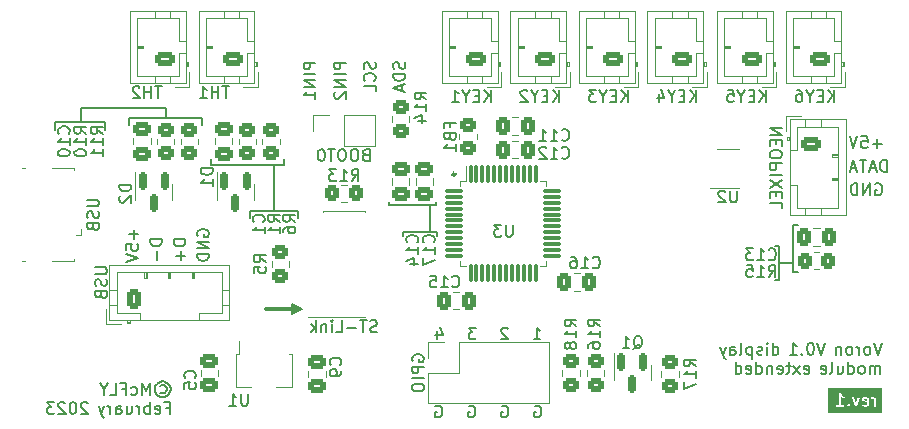
<source format=gbo>
G04 #@! TF.GenerationSoftware,KiCad,Pcbnew,(7.0.0)*
G04 #@! TF.CreationDate,2023-02-19T07:57:40+03:00*
G04 #@! TF.ProjectId,V0_McDisplay,56305f4d-6344-4697-9370-6c61792e6b69,1*
G04 #@! TF.SameCoordinates,Original*
G04 #@! TF.FileFunction,Legend,Bot*
G04 #@! TF.FilePolarity,Positive*
%FSLAX46Y46*%
G04 Gerber Fmt 4.6, Leading zero omitted, Abs format (unit mm)*
G04 Created by KiCad (PCBNEW (7.0.0)) date 2023-02-19 07:57:40*
%MOMM*%
%LPD*%
G01*
G04 APERTURE LIST*
G04 Aperture macros list*
%AMRoundRect*
0 Rectangle with rounded corners*
0 $1 Rounding radius*
0 $2 $3 $4 $5 $6 $7 $8 $9 X,Y pos of 4 corners*
0 Add a 4 corners polygon primitive as box body*
4,1,4,$2,$3,$4,$5,$6,$7,$8,$9,$2,$3,0*
0 Add four circle primitives for the rounded corners*
1,1,$1+$1,$2,$3*
1,1,$1+$1,$4,$5*
1,1,$1+$1,$6,$7*
1,1,$1+$1,$8,$9*
0 Add four rect primitives between the rounded corners*
20,1,$1+$1,$2,$3,$4,$5,0*
20,1,$1+$1,$4,$5,$6,$7,0*
20,1,$1+$1,$6,$7,$8,$9,0*
20,1,$1+$1,$8,$9,$2,$3,0*%
%AMFreePoly0*
4,1,9,3.700000,-0.866500,0.875000,-0.866500,0.875000,-0.450000,-0.900000,-0.450000,-0.900000,0.450000,0.875000,0.450000,0.875000,0.866500,3.700000,0.866500,3.700000,-0.866500,3.700000,-0.866500,$1*%
G04 Aperture macros list end*
%ADD10C,0.150000*%
%ADD11C,0.275000*%
%ADD12C,0.300000*%
%ADD13C,0.120000*%
%ADD14C,2.000000*%
%ADD15C,3.200000*%
%ADD16C,1.524000*%
%ADD17O,2.500000X4.000000*%
%ADD18RoundRect,0.250000X-0.337500X-0.475000X0.337500X-0.475000X0.337500X0.475000X-0.337500X0.475000X0*%
%ADD19RoundRect,0.250000X-0.475000X0.337500X-0.475000X-0.337500X0.475000X-0.337500X0.475000X0.337500X0*%
%ADD20R,1.060000X0.650000*%
%ADD21R,1.700000X1.700000*%
%ADD22O,1.700000X1.700000*%
%ADD23RoundRect,0.250000X-0.625000X0.350000X-0.625000X-0.350000X0.625000X-0.350000X0.625000X0.350000X0*%
%ADD24O,1.750000X1.200000*%
%ADD25R,2.400000X0.740000*%
%ADD26RoundRect,0.075000X-0.075000X0.662500X-0.075000X-0.662500X0.075000X-0.662500X0.075000X0.662500X0*%
%ADD27RoundRect,0.075000X-0.662500X0.075000X-0.662500X-0.075000X0.662500X-0.075000X0.662500X0.075000X0*%
%ADD28RoundRect,0.250000X0.475000X-0.337500X0.475000X0.337500X-0.475000X0.337500X-0.475000X-0.337500X0*%
%ADD29RoundRect,0.250000X0.625000X-0.350000X0.625000X0.350000X-0.625000X0.350000X-0.625000X-0.350000X0*%
%ADD30RoundRect,0.250000X0.337500X0.475000X-0.337500X0.475000X-0.337500X-0.475000X0.337500X-0.475000X0*%
%ADD31RoundRect,0.250000X-0.450000X0.350000X-0.450000X-0.350000X0.450000X-0.350000X0.450000X0.350000X0*%
%ADD32RoundRect,0.250000X0.450000X-0.350000X0.450000X0.350000X-0.450000X0.350000X-0.450000X-0.350000X0*%
%ADD33RoundRect,0.250000X0.350000X0.450000X-0.350000X0.450000X-0.350000X-0.450000X0.350000X-0.450000X0*%
%ADD34RoundRect,0.250000X-0.350000X-0.625000X0.350000X-0.625000X0.350000X0.625000X-0.350000X0.625000X0*%
%ADD35O,1.200000X1.750000*%
%ADD36RoundRect,0.150000X-0.150000X0.587500X-0.150000X-0.587500X0.150000X-0.587500X0.150000X0.587500X0*%
%ADD37R,1.350000X0.400000*%
%ADD38O,1.900000X1.200000*%
%ADD39R,1.900000X1.200000*%
%ADD40O,1.100000X2.000000*%
%ADD41R,1.900000X1.500000*%
%ADD42O,1.100000X2.200000*%
%ADD43R,0.900000X1.300000*%
%ADD44FreePoly0,270.000000*%
G04 APERTURE END LIST*
D10*
X11852380Y-32000476D02*
X11947619Y-31952857D01*
X11947619Y-31952857D02*
X12138095Y-31952857D01*
X12138095Y-31952857D02*
X12233333Y-32000476D01*
X12233333Y-32000476D02*
X12328571Y-32095714D01*
X12328571Y-32095714D02*
X12376190Y-32190952D01*
X12376190Y-32190952D02*
X12376190Y-32381428D01*
X12376190Y-32381428D02*
X12328571Y-32476666D01*
X12328571Y-32476666D02*
X12233333Y-32571904D01*
X12233333Y-32571904D02*
X12138095Y-32619523D01*
X12138095Y-32619523D02*
X11947619Y-32619523D01*
X11947619Y-32619523D02*
X11852380Y-32571904D01*
X12042857Y-31619523D02*
X12280952Y-31667142D01*
X12280952Y-31667142D02*
X12519047Y-31810000D01*
X12519047Y-31810000D02*
X12661904Y-32048095D01*
X12661904Y-32048095D02*
X12709523Y-32286190D01*
X12709523Y-32286190D02*
X12661904Y-32524285D01*
X12661904Y-32524285D02*
X12519047Y-32762380D01*
X12519047Y-32762380D02*
X12280952Y-32905238D01*
X12280952Y-32905238D02*
X12042857Y-32952857D01*
X12042857Y-32952857D02*
X11804761Y-32905238D01*
X11804761Y-32905238D02*
X11566666Y-32762380D01*
X11566666Y-32762380D02*
X11423809Y-32524285D01*
X11423809Y-32524285D02*
X11376190Y-32286190D01*
X11376190Y-32286190D02*
X11423809Y-32048095D01*
X11423809Y-32048095D02*
X11566666Y-31810000D01*
X11566666Y-31810000D02*
X11804761Y-31667142D01*
X11804761Y-31667142D02*
X12042857Y-31619523D01*
X10947618Y-32762380D02*
X10947618Y-31762380D01*
X10947618Y-31762380D02*
X10614285Y-32476666D01*
X10614285Y-32476666D02*
X10280952Y-31762380D01*
X10280952Y-31762380D02*
X10280952Y-32762380D01*
X9376190Y-32714761D02*
X9471428Y-32762380D01*
X9471428Y-32762380D02*
X9661904Y-32762380D01*
X9661904Y-32762380D02*
X9757142Y-32714761D01*
X9757142Y-32714761D02*
X9804761Y-32667142D01*
X9804761Y-32667142D02*
X9852380Y-32571904D01*
X9852380Y-32571904D02*
X9852380Y-32286190D01*
X9852380Y-32286190D02*
X9804761Y-32190952D01*
X9804761Y-32190952D02*
X9757142Y-32143333D01*
X9757142Y-32143333D02*
X9661904Y-32095714D01*
X9661904Y-32095714D02*
X9471428Y-32095714D01*
X9471428Y-32095714D02*
X9376190Y-32143333D01*
X8614285Y-32238571D02*
X8947618Y-32238571D01*
X8947618Y-32762380D02*
X8947618Y-31762380D01*
X8947618Y-31762380D02*
X8471428Y-31762380D01*
X7614285Y-32762380D02*
X8090475Y-32762380D01*
X8090475Y-32762380D02*
X8090475Y-31762380D01*
X7090475Y-32286190D02*
X7090475Y-32762380D01*
X7423808Y-31762380D02*
X7090475Y-32286190D01*
X7090475Y-32286190D02*
X6757142Y-31762380D01*
X12328571Y-33858571D02*
X12661904Y-33858571D01*
X12661904Y-34382380D02*
X12661904Y-33382380D01*
X12661904Y-33382380D02*
X12185714Y-33382380D01*
X11423809Y-34334761D02*
X11519047Y-34382380D01*
X11519047Y-34382380D02*
X11709523Y-34382380D01*
X11709523Y-34382380D02*
X11804761Y-34334761D01*
X11804761Y-34334761D02*
X11852380Y-34239523D01*
X11852380Y-34239523D02*
X11852380Y-33858571D01*
X11852380Y-33858571D02*
X11804761Y-33763333D01*
X11804761Y-33763333D02*
X11709523Y-33715714D01*
X11709523Y-33715714D02*
X11519047Y-33715714D01*
X11519047Y-33715714D02*
X11423809Y-33763333D01*
X11423809Y-33763333D02*
X11376190Y-33858571D01*
X11376190Y-33858571D02*
X11376190Y-33953809D01*
X11376190Y-33953809D02*
X11852380Y-34049047D01*
X10947618Y-34382380D02*
X10947618Y-33382380D01*
X10947618Y-33763333D02*
X10852380Y-33715714D01*
X10852380Y-33715714D02*
X10661904Y-33715714D01*
X10661904Y-33715714D02*
X10566666Y-33763333D01*
X10566666Y-33763333D02*
X10519047Y-33810952D01*
X10519047Y-33810952D02*
X10471428Y-33906190D01*
X10471428Y-33906190D02*
X10471428Y-34191904D01*
X10471428Y-34191904D02*
X10519047Y-34287142D01*
X10519047Y-34287142D02*
X10566666Y-34334761D01*
X10566666Y-34334761D02*
X10661904Y-34382380D01*
X10661904Y-34382380D02*
X10852380Y-34382380D01*
X10852380Y-34382380D02*
X10947618Y-34334761D01*
X10042856Y-34382380D02*
X10042856Y-33715714D01*
X10042856Y-33906190D02*
X9995237Y-33810952D01*
X9995237Y-33810952D02*
X9947618Y-33763333D01*
X9947618Y-33763333D02*
X9852380Y-33715714D01*
X9852380Y-33715714D02*
X9757142Y-33715714D01*
X8995237Y-33715714D02*
X8995237Y-34382380D01*
X9423808Y-33715714D02*
X9423808Y-34239523D01*
X9423808Y-34239523D02*
X9376189Y-34334761D01*
X9376189Y-34334761D02*
X9280951Y-34382380D01*
X9280951Y-34382380D02*
X9138094Y-34382380D01*
X9138094Y-34382380D02*
X9042856Y-34334761D01*
X9042856Y-34334761D02*
X8995237Y-34287142D01*
X8090475Y-34382380D02*
X8090475Y-33858571D01*
X8090475Y-33858571D02*
X8138094Y-33763333D01*
X8138094Y-33763333D02*
X8233332Y-33715714D01*
X8233332Y-33715714D02*
X8423808Y-33715714D01*
X8423808Y-33715714D02*
X8519046Y-33763333D01*
X8090475Y-34334761D02*
X8185713Y-34382380D01*
X8185713Y-34382380D02*
X8423808Y-34382380D01*
X8423808Y-34382380D02*
X8519046Y-34334761D01*
X8519046Y-34334761D02*
X8566665Y-34239523D01*
X8566665Y-34239523D02*
X8566665Y-34144285D01*
X8566665Y-34144285D02*
X8519046Y-34049047D01*
X8519046Y-34049047D02*
X8423808Y-34001428D01*
X8423808Y-34001428D02*
X8185713Y-34001428D01*
X8185713Y-34001428D02*
X8090475Y-33953809D01*
X7614284Y-34382380D02*
X7614284Y-33715714D01*
X7614284Y-33906190D02*
X7566665Y-33810952D01*
X7566665Y-33810952D02*
X7519046Y-33763333D01*
X7519046Y-33763333D02*
X7423808Y-33715714D01*
X7423808Y-33715714D02*
X7328570Y-33715714D01*
X7090474Y-33715714D02*
X6852379Y-34382380D01*
X6614284Y-33715714D02*
X6852379Y-34382380D01*
X6852379Y-34382380D02*
X6947617Y-34620476D01*
X6947617Y-34620476D02*
X6995236Y-34668095D01*
X6995236Y-34668095D02*
X7090474Y-34715714D01*
X5680950Y-33477619D02*
X5633331Y-33430000D01*
X5633331Y-33430000D02*
X5538093Y-33382380D01*
X5538093Y-33382380D02*
X5299998Y-33382380D01*
X5299998Y-33382380D02*
X5204760Y-33430000D01*
X5204760Y-33430000D02*
X5157141Y-33477619D01*
X5157141Y-33477619D02*
X5109522Y-33572857D01*
X5109522Y-33572857D02*
X5109522Y-33668095D01*
X5109522Y-33668095D02*
X5157141Y-33810952D01*
X5157141Y-33810952D02*
X5728569Y-34382380D01*
X5728569Y-34382380D02*
X5109522Y-34382380D01*
X4490474Y-33382380D02*
X4395236Y-33382380D01*
X4395236Y-33382380D02*
X4299998Y-33430000D01*
X4299998Y-33430000D02*
X4252379Y-33477619D01*
X4252379Y-33477619D02*
X4204760Y-33572857D01*
X4204760Y-33572857D02*
X4157141Y-33763333D01*
X4157141Y-33763333D02*
X4157141Y-34001428D01*
X4157141Y-34001428D02*
X4204760Y-34191904D01*
X4204760Y-34191904D02*
X4252379Y-34287142D01*
X4252379Y-34287142D02*
X4299998Y-34334761D01*
X4299998Y-34334761D02*
X4395236Y-34382380D01*
X4395236Y-34382380D02*
X4490474Y-34382380D01*
X4490474Y-34382380D02*
X4585712Y-34334761D01*
X4585712Y-34334761D02*
X4633331Y-34287142D01*
X4633331Y-34287142D02*
X4680950Y-34191904D01*
X4680950Y-34191904D02*
X4728569Y-34001428D01*
X4728569Y-34001428D02*
X4728569Y-33763333D01*
X4728569Y-33763333D02*
X4680950Y-33572857D01*
X4680950Y-33572857D02*
X4633331Y-33477619D01*
X4633331Y-33477619D02*
X4585712Y-33430000D01*
X4585712Y-33430000D02*
X4490474Y-33382380D01*
X3776188Y-33477619D02*
X3728569Y-33430000D01*
X3728569Y-33430000D02*
X3633331Y-33382380D01*
X3633331Y-33382380D02*
X3395236Y-33382380D01*
X3395236Y-33382380D02*
X3299998Y-33430000D01*
X3299998Y-33430000D02*
X3252379Y-33477619D01*
X3252379Y-33477619D02*
X3204760Y-33572857D01*
X3204760Y-33572857D02*
X3204760Y-33668095D01*
X3204760Y-33668095D02*
X3252379Y-33810952D01*
X3252379Y-33810952D02*
X3823807Y-34382380D01*
X3823807Y-34382380D02*
X3204760Y-34382380D01*
X2871426Y-33382380D02*
X2252379Y-33382380D01*
X2252379Y-33382380D02*
X2585712Y-33763333D01*
X2585712Y-33763333D02*
X2442855Y-33763333D01*
X2442855Y-33763333D02*
X2347617Y-33810952D01*
X2347617Y-33810952D02*
X2299998Y-33858571D01*
X2299998Y-33858571D02*
X2252379Y-33953809D01*
X2252379Y-33953809D02*
X2252379Y-34191904D01*
X2252379Y-34191904D02*
X2299998Y-34287142D01*
X2299998Y-34287142D02*
X2347617Y-34334761D01*
X2347617Y-34334761D02*
X2442855Y-34382380D01*
X2442855Y-34382380D02*
X2728569Y-34382380D01*
X2728569Y-34382380D02*
X2823807Y-34334761D01*
X2823807Y-34334761D02*
X2871426Y-34287142D01*
G36*
X71686954Y-33119235D02*
G01*
X71715475Y-33176275D01*
X71715475Y-33257561D01*
X71389285Y-33192324D01*
X71389285Y-33176277D01*
X71417806Y-33119234D01*
X71474846Y-33090714D01*
X71629912Y-33090714D01*
X71686954Y-33119235D01*
G37*
G36*
X72967857Y-34267857D02*
G01*
X68390476Y-34267857D01*
X68390476Y-33693504D01*
X69046439Y-33693504D01*
X69064735Y-33733568D01*
X69101787Y-33757380D01*
X69404163Y-33757380D01*
X69420647Y-33759750D01*
X69425837Y-33757380D01*
X69706019Y-33757380D01*
X69737497Y-33748137D01*
X69766339Y-33714851D01*
X69772607Y-33671256D01*
X69754311Y-33631192D01*
X69751188Y-33629185D01*
X69998222Y-33629185D01*
X70001763Y-33645465D01*
X70002952Y-33662077D01*
X70006370Y-33666643D01*
X70007584Y-33672222D01*
X70019366Y-33684004D01*
X70029346Y-33697336D01*
X70034691Y-33699329D01*
X70057239Y-33721877D01*
X70058051Y-33724640D01*
X70068600Y-33733780D01*
X70076965Y-33744955D01*
X70084920Y-33747922D01*
X70091337Y-33753482D01*
X70099741Y-33754690D01*
X70107193Y-33758759D01*
X70112883Y-33758352D01*
X70118232Y-33760347D01*
X70126529Y-33758541D01*
X70134932Y-33759750D01*
X70142656Y-33756222D01*
X70151124Y-33755617D01*
X70155690Y-33752198D01*
X70161269Y-33750985D01*
X70167273Y-33744980D01*
X70174996Y-33741454D01*
X70179587Y-33734309D01*
X70186382Y-33729223D01*
X70188375Y-33723878D01*
X70220671Y-33691582D01*
X70234001Y-33681604D01*
X70239822Y-33665997D01*
X70247806Y-33651376D01*
X70247398Y-33645685D01*
X70249394Y-33640337D01*
X70245851Y-33624053D01*
X70244664Y-33607445D01*
X70241245Y-33602878D01*
X70240032Y-33597300D01*
X70228248Y-33585516D01*
X70218270Y-33572187D01*
X70212925Y-33570193D01*
X70190376Y-33547644D01*
X70189565Y-33544882D01*
X70179014Y-33535739D01*
X70170651Y-33524568D01*
X70162696Y-33521601D01*
X70156279Y-33516040D01*
X70147876Y-33514831D01*
X70140423Y-33510762D01*
X70134730Y-33511169D01*
X70129384Y-33509175D01*
X70121086Y-33510980D01*
X70112684Y-33509772D01*
X70104960Y-33513299D01*
X70096492Y-33513905D01*
X70091925Y-33517323D01*
X70086347Y-33518537D01*
X70080342Y-33524541D01*
X70072620Y-33528068D01*
X70068029Y-33535211D01*
X70061233Y-33540299D01*
X70059239Y-33545644D01*
X70026945Y-33577938D01*
X70013614Y-33587918D01*
X70007792Y-33603525D01*
X69999809Y-33618146D01*
X70000216Y-33623838D01*
X69998222Y-33629185D01*
X69751188Y-33629185D01*
X69717259Y-33607380D01*
X69484523Y-33607380D01*
X69484523Y-32911066D01*
X69540317Y-32966860D01*
X69546761Y-32977710D01*
X69565262Y-32986960D01*
X69583384Y-32996856D01*
X69584844Y-32996751D01*
X69671339Y-33039999D01*
X69703628Y-33045809D01*
X69744311Y-33028936D01*
X69750370Y-33020200D01*
X70426724Y-33020200D01*
X70667106Y-33693271D01*
X70666716Y-33700062D01*
X70674384Y-33713650D01*
X70675852Y-33717759D01*
X70679657Y-33722993D01*
X70688363Y-33738419D01*
X70692435Y-33740569D01*
X70695143Y-33744294D01*
X70711648Y-33750714D01*
X70727310Y-33758984D01*
X70731898Y-33758591D01*
X70736191Y-33760261D01*
X70753543Y-33756739D01*
X70771193Y-33755229D01*
X70774842Y-33752416D01*
X70779354Y-33751501D01*
X70792048Y-33739157D01*
X70806080Y-33728344D01*
X70807628Y-33724006D01*
X70810931Y-33720796D01*
X70814936Y-33703545D01*
X70977080Y-33249543D01*
X71236236Y-33249543D01*
X71239285Y-33262508D01*
X71239285Y-33264591D01*
X71241745Y-33272970D01*
X71246319Y-33292418D01*
X71247906Y-33293953D01*
X71248528Y-33296069D01*
X71263611Y-33309138D01*
X71277982Y-33323034D01*
X71280147Y-33323467D01*
X71281814Y-33324911D01*
X71301567Y-33327751D01*
X71715475Y-33410532D01*
X71715475Y-33521817D01*
X71686953Y-33578859D01*
X71629913Y-33607380D01*
X71474848Y-33607380D01*
X71385801Y-33562857D01*
X71353513Y-33557047D01*
X71312830Y-33573920D01*
X71287727Y-33610110D01*
X71286175Y-33654126D01*
X71308666Y-33691995D01*
X71419993Y-33747658D01*
X71435120Y-33757380D01*
X71450450Y-33757380D01*
X71465533Y-33760094D01*
X71472077Y-33757380D01*
X71643578Y-33757380D01*
X71661462Y-33759311D01*
X71675175Y-33752454D01*
X71689878Y-33748137D01*
X71694516Y-33742783D01*
X71759307Y-33710387D01*
X71762221Y-33710490D01*
X71778825Y-33700628D01*
X71786040Y-33697021D01*
X71788054Y-33695146D01*
X71800090Y-33687999D01*
X71803872Y-33680434D01*
X71810062Y-33674677D01*
X71813527Y-33661123D01*
X71855753Y-33576671D01*
X71865475Y-33561545D01*
X71865475Y-33546215D01*
X71868189Y-33531132D01*
X71865475Y-33524588D01*
X71865475Y-33361926D01*
X71868524Y-33353312D01*
X71865475Y-33340349D01*
X71865475Y-33162602D01*
X71867405Y-33144727D01*
X71860550Y-33131017D01*
X71856232Y-33116311D01*
X71850877Y-33111671D01*
X71818482Y-33046880D01*
X71818585Y-33043968D01*
X71808725Y-33027367D01*
X71808461Y-33026838D01*
X71998820Y-33026838D01*
X72017116Y-33066902D01*
X72054168Y-33090714D01*
X72153722Y-33090714D01*
X72222240Y-33124973D01*
X72252645Y-33155378D01*
X72286904Y-33223894D01*
X72286904Y-33693162D01*
X72296147Y-33724640D01*
X72329433Y-33753482D01*
X72373028Y-33759750D01*
X72413092Y-33741454D01*
X72436904Y-33704402D01*
X72436904Y-33210221D01*
X72438834Y-33192346D01*
X72436904Y-33188486D01*
X72436904Y-33004932D01*
X72427661Y-32973454D01*
X72394375Y-32944612D01*
X72350780Y-32938344D01*
X72310716Y-32956640D01*
X72289168Y-32990168D01*
X72283281Y-32986953D01*
X72281820Y-32987057D01*
X72208579Y-32950437D01*
X72193450Y-32940714D01*
X72178120Y-32940714D01*
X72163037Y-32938000D01*
X72156493Y-32940714D01*
X72065408Y-32940714D01*
X72033930Y-32949957D01*
X72005088Y-32983243D01*
X71998820Y-33026838D01*
X71808461Y-33026838D01*
X71805116Y-33020148D01*
X71803240Y-33018131D01*
X71796094Y-33006099D01*
X71788529Y-33002316D01*
X71782772Y-32996127D01*
X71769218Y-32992661D01*
X71684769Y-32950437D01*
X71669640Y-32940714D01*
X71654310Y-32940714D01*
X71639227Y-32938000D01*
X71632683Y-32940714D01*
X71461173Y-32940714D01*
X71443298Y-32938784D01*
X71429588Y-32945638D01*
X71414882Y-32949957D01*
X71410242Y-32955311D01*
X71345451Y-32987706D01*
X71342539Y-32987604D01*
X71325938Y-32997463D01*
X71318719Y-33001073D01*
X71316702Y-33002948D01*
X71304670Y-33010095D01*
X71300887Y-33017659D01*
X71294698Y-33023417D01*
X71291232Y-33036970D01*
X71249008Y-33121419D01*
X71239285Y-33136549D01*
X71239285Y-33151879D01*
X71236571Y-33166962D01*
X71239285Y-33173506D01*
X71239285Y-33240929D01*
X71236236Y-33249543D01*
X70977080Y-33249543D01*
X71055208Y-33030786D01*
X71057091Y-32998033D01*
X71035444Y-32959676D01*
X70996497Y-32939110D01*
X70952614Y-32942865D01*
X70917727Y-32969750D01*
X70742855Y-33459389D01*
X70571765Y-32980335D01*
X70552474Y-32953800D01*
X70511426Y-32937833D01*
X70468263Y-32946593D01*
X70436686Y-32977298D01*
X70426724Y-33020200D01*
X69750370Y-33020200D01*
X69769413Y-32992746D01*
X69770966Y-32948730D01*
X69748475Y-32910861D01*
X69644425Y-32858836D01*
X69563046Y-32777457D01*
X69478264Y-32650285D01*
X69475280Y-32640120D01*
X69466301Y-32632340D01*
X69465946Y-32631807D01*
X69458167Y-32625292D01*
X69441994Y-32611278D01*
X69441319Y-32611180D01*
X69440795Y-32610742D01*
X69419565Y-32608053D01*
X69398399Y-32605010D01*
X69397777Y-32605293D01*
X69397100Y-32605208D01*
X69377809Y-32614412D01*
X69358335Y-32623306D01*
X69357965Y-32623881D01*
X69357350Y-32624175D01*
X69346101Y-32642340D01*
X69334523Y-32660358D01*
X69334523Y-32661041D01*
X69334164Y-32661621D01*
X69334523Y-32682985D01*
X69334523Y-33607380D01*
X69113027Y-33607380D01*
X69081549Y-33616623D01*
X69052707Y-33649909D01*
X69046439Y-33693504D01*
X68390476Y-33693504D01*
X68390476Y-32157143D01*
X72967857Y-32157143D01*
X72967857Y-34267857D01*
G37*
X72904761Y-28362380D02*
X72571428Y-29362380D01*
X72571428Y-29362380D02*
X72238095Y-28362380D01*
X71761904Y-29362380D02*
X71857142Y-29314761D01*
X71857142Y-29314761D02*
X71904761Y-29267142D01*
X71904761Y-29267142D02*
X71952380Y-29171904D01*
X71952380Y-29171904D02*
X71952380Y-28886190D01*
X71952380Y-28886190D02*
X71904761Y-28790952D01*
X71904761Y-28790952D02*
X71857142Y-28743333D01*
X71857142Y-28743333D02*
X71761904Y-28695714D01*
X71761904Y-28695714D02*
X71619047Y-28695714D01*
X71619047Y-28695714D02*
X71523809Y-28743333D01*
X71523809Y-28743333D02*
X71476190Y-28790952D01*
X71476190Y-28790952D02*
X71428571Y-28886190D01*
X71428571Y-28886190D02*
X71428571Y-29171904D01*
X71428571Y-29171904D02*
X71476190Y-29267142D01*
X71476190Y-29267142D02*
X71523809Y-29314761D01*
X71523809Y-29314761D02*
X71619047Y-29362380D01*
X71619047Y-29362380D02*
X71761904Y-29362380D01*
X70999999Y-29362380D02*
X70999999Y-28695714D01*
X70999999Y-28886190D02*
X70952380Y-28790952D01*
X70952380Y-28790952D02*
X70904761Y-28743333D01*
X70904761Y-28743333D02*
X70809523Y-28695714D01*
X70809523Y-28695714D02*
X70714285Y-28695714D01*
X70238094Y-29362380D02*
X70333332Y-29314761D01*
X70333332Y-29314761D02*
X70380951Y-29267142D01*
X70380951Y-29267142D02*
X70428570Y-29171904D01*
X70428570Y-29171904D02*
X70428570Y-28886190D01*
X70428570Y-28886190D02*
X70380951Y-28790952D01*
X70380951Y-28790952D02*
X70333332Y-28743333D01*
X70333332Y-28743333D02*
X70238094Y-28695714D01*
X70238094Y-28695714D02*
X70095237Y-28695714D01*
X70095237Y-28695714D02*
X69999999Y-28743333D01*
X69999999Y-28743333D02*
X69952380Y-28790952D01*
X69952380Y-28790952D02*
X69904761Y-28886190D01*
X69904761Y-28886190D02*
X69904761Y-29171904D01*
X69904761Y-29171904D02*
X69952380Y-29267142D01*
X69952380Y-29267142D02*
X69999999Y-29314761D01*
X69999999Y-29314761D02*
X70095237Y-29362380D01*
X70095237Y-29362380D02*
X70238094Y-29362380D01*
X69476189Y-28695714D02*
X69476189Y-29362380D01*
X69476189Y-28790952D02*
X69428570Y-28743333D01*
X69428570Y-28743333D02*
X69333332Y-28695714D01*
X69333332Y-28695714D02*
X69190475Y-28695714D01*
X69190475Y-28695714D02*
X69095237Y-28743333D01*
X69095237Y-28743333D02*
X69047618Y-28838571D01*
X69047618Y-28838571D02*
X69047618Y-29362380D01*
X68114284Y-28362380D02*
X67780951Y-29362380D01*
X67780951Y-29362380D02*
X67447618Y-28362380D01*
X66923808Y-28362380D02*
X66828570Y-28362380D01*
X66828570Y-28362380D02*
X66733332Y-28410000D01*
X66733332Y-28410000D02*
X66685713Y-28457619D01*
X66685713Y-28457619D02*
X66638094Y-28552857D01*
X66638094Y-28552857D02*
X66590475Y-28743333D01*
X66590475Y-28743333D02*
X66590475Y-28981428D01*
X66590475Y-28981428D02*
X66638094Y-29171904D01*
X66638094Y-29171904D02*
X66685713Y-29267142D01*
X66685713Y-29267142D02*
X66733332Y-29314761D01*
X66733332Y-29314761D02*
X66828570Y-29362380D01*
X66828570Y-29362380D02*
X66923808Y-29362380D01*
X66923808Y-29362380D02*
X67019046Y-29314761D01*
X67019046Y-29314761D02*
X67066665Y-29267142D01*
X67066665Y-29267142D02*
X67114284Y-29171904D01*
X67114284Y-29171904D02*
X67161903Y-28981428D01*
X67161903Y-28981428D02*
X67161903Y-28743333D01*
X67161903Y-28743333D02*
X67114284Y-28552857D01*
X67114284Y-28552857D02*
X67066665Y-28457619D01*
X67066665Y-28457619D02*
X67019046Y-28410000D01*
X67019046Y-28410000D02*
X66923808Y-28362380D01*
X66161903Y-29267142D02*
X66114284Y-29314761D01*
X66114284Y-29314761D02*
X66161903Y-29362380D01*
X66161903Y-29362380D02*
X66209522Y-29314761D01*
X66209522Y-29314761D02*
X66161903Y-29267142D01*
X66161903Y-29267142D02*
X66161903Y-29362380D01*
X65161904Y-29362380D02*
X65733332Y-29362380D01*
X65447618Y-29362380D02*
X65447618Y-28362380D01*
X65447618Y-28362380D02*
X65542856Y-28505238D01*
X65542856Y-28505238D02*
X65638094Y-28600476D01*
X65638094Y-28600476D02*
X65733332Y-28648095D01*
X63704761Y-29362380D02*
X63704761Y-28362380D01*
X63704761Y-29314761D02*
X63799999Y-29362380D01*
X63799999Y-29362380D02*
X63990475Y-29362380D01*
X63990475Y-29362380D02*
X64085713Y-29314761D01*
X64085713Y-29314761D02*
X64133332Y-29267142D01*
X64133332Y-29267142D02*
X64180951Y-29171904D01*
X64180951Y-29171904D02*
X64180951Y-28886190D01*
X64180951Y-28886190D02*
X64133332Y-28790952D01*
X64133332Y-28790952D02*
X64085713Y-28743333D01*
X64085713Y-28743333D02*
X63990475Y-28695714D01*
X63990475Y-28695714D02*
X63799999Y-28695714D01*
X63799999Y-28695714D02*
X63704761Y-28743333D01*
X63228570Y-29362380D02*
X63228570Y-28695714D01*
X63228570Y-28362380D02*
X63276189Y-28410000D01*
X63276189Y-28410000D02*
X63228570Y-28457619D01*
X63228570Y-28457619D02*
X63180951Y-28410000D01*
X63180951Y-28410000D02*
X63228570Y-28362380D01*
X63228570Y-28362380D02*
X63228570Y-28457619D01*
X62799999Y-29314761D02*
X62704761Y-29362380D01*
X62704761Y-29362380D02*
X62514285Y-29362380D01*
X62514285Y-29362380D02*
X62419047Y-29314761D01*
X62419047Y-29314761D02*
X62371428Y-29219523D01*
X62371428Y-29219523D02*
X62371428Y-29171904D01*
X62371428Y-29171904D02*
X62419047Y-29076666D01*
X62419047Y-29076666D02*
X62514285Y-29029047D01*
X62514285Y-29029047D02*
X62657142Y-29029047D01*
X62657142Y-29029047D02*
X62752380Y-28981428D01*
X62752380Y-28981428D02*
X62799999Y-28886190D01*
X62799999Y-28886190D02*
X62799999Y-28838571D01*
X62799999Y-28838571D02*
X62752380Y-28743333D01*
X62752380Y-28743333D02*
X62657142Y-28695714D01*
X62657142Y-28695714D02*
X62514285Y-28695714D01*
X62514285Y-28695714D02*
X62419047Y-28743333D01*
X61942856Y-28695714D02*
X61942856Y-29695714D01*
X61942856Y-28743333D02*
X61847618Y-28695714D01*
X61847618Y-28695714D02*
X61657142Y-28695714D01*
X61657142Y-28695714D02*
X61561904Y-28743333D01*
X61561904Y-28743333D02*
X61514285Y-28790952D01*
X61514285Y-28790952D02*
X61466666Y-28886190D01*
X61466666Y-28886190D02*
X61466666Y-29171904D01*
X61466666Y-29171904D02*
X61514285Y-29267142D01*
X61514285Y-29267142D02*
X61561904Y-29314761D01*
X61561904Y-29314761D02*
X61657142Y-29362380D01*
X61657142Y-29362380D02*
X61847618Y-29362380D01*
X61847618Y-29362380D02*
X61942856Y-29314761D01*
X60895237Y-29362380D02*
X60990475Y-29314761D01*
X60990475Y-29314761D02*
X61038094Y-29219523D01*
X61038094Y-29219523D02*
X61038094Y-28362380D01*
X60085713Y-29362380D02*
X60085713Y-28838571D01*
X60085713Y-28838571D02*
X60133332Y-28743333D01*
X60133332Y-28743333D02*
X60228570Y-28695714D01*
X60228570Y-28695714D02*
X60419046Y-28695714D01*
X60419046Y-28695714D02*
X60514284Y-28743333D01*
X60085713Y-29314761D02*
X60180951Y-29362380D01*
X60180951Y-29362380D02*
X60419046Y-29362380D01*
X60419046Y-29362380D02*
X60514284Y-29314761D01*
X60514284Y-29314761D02*
X60561903Y-29219523D01*
X60561903Y-29219523D02*
X60561903Y-29124285D01*
X60561903Y-29124285D02*
X60514284Y-29029047D01*
X60514284Y-29029047D02*
X60419046Y-28981428D01*
X60419046Y-28981428D02*
X60180951Y-28981428D01*
X60180951Y-28981428D02*
X60085713Y-28933809D01*
X59704760Y-28695714D02*
X59466665Y-29362380D01*
X59228570Y-28695714D02*
X59466665Y-29362380D01*
X59466665Y-29362380D02*
X59561903Y-29600476D01*
X59561903Y-29600476D02*
X59609522Y-29648095D01*
X59609522Y-29648095D02*
X59704760Y-29695714D01*
X72761904Y-30982380D02*
X72761904Y-30315714D01*
X72761904Y-30410952D02*
X72714285Y-30363333D01*
X72714285Y-30363333D02*
X72619047Y-30315714D01*
X72619047Y-30315714D02*
X72476190Y-30315714D01*
X72476190Y-30315714D02*
X72380952Y-30363333D01*
X72380952Y-30363333D02*
X72333333Y-30458571D01*
X72333333Y-30458571D02*
X72333333Y-30982380D01*
X72333333Y-30458571D02*
X72285714Y-30363333D01*
X72285714Y-30363333D02*
X72190476Y-30315714D01*
X72190476Y-30315714D02*
X72047619Y-30315714D01*
X72047619Y-30315714D02*
X71952380Y-30363333D01*
X71952380Y-30363333D02*
X71904761Y-30458571D01*
X71904761Y-30458571D02*
X71904761Y-30982380D01*
X71285714Y-30982380D02*
X71380952Y-30934761D01*
X71380952Y-30934761D02*
X71428571Y-30887142D01*
X71428571Y-30887142D02*
X71476190Y-30791904D01*
X71476190Y-30791904D02*
X71476190Y-30506190D01*
X71476190Y-30506190D02*
X71428571Y-30410952D01*
X71428571Y-30410952D02*
X71380952Y-30363333D01*
X71380952Y-30363333D02*
X71285714Y-30315714D01*
X71285714Y-30315714D02*
X71142857Y-30315714D01*
X71142857Y-30315714D02*
X71047619Y-30363333D01*
X71047619Y-30363333D02*
X71000000Y-30410952D01*
X71000000Y-30410952D02*
X70952381Y-30506190D01*
X70952381Y-30506190D02*
X70952381Y-30791904D01*
X70952381Y-30791904D02*
X71000000Y-30887142D01*
X71000000Y-30887142D02*
X71047619Y-30934761D01*
X71047619Y-30934761D02*
X71142857Y-30982380D01*
X71142857Y-30982380D02*
X71285714Y-30982380D01*
X70095238Y-30982380D02*
X70095238Y-29982380D01*
X70095238Y-30934761D02*
X70190476Y-30982380D01*
X70190476Y-30982380D02*
X70380952Y-30982380D01*
X70380952Y-30982380D02*
X70476190Y-30934761D01*
X70476190Y-30934761D02*
X70523809Y-30887142D01*
X70523809Y-30887142D02*
X70571428Y-30791904D01*
X70571428Y-30791904D02*
X70571428Y-30506190D01*
X70571428Y-30506190D02*
X70523809Y-30410952D01*
X70523809Y-30410952D02*
X70476190Y-30363333D01*
X70476190Y-30363333D02*
X70380952Y-30315714D01*
X70380952Y-30315714D02*
X70190476Y-30315714D01*
X70190476Y-30315714D02*
X70095238Y-30363333D01*
X69190476Y-30315714D02*
X69190476Y-30982380D01*
X69619047Y-30315714D02*
X69619047Y-30839523D01*
X69619047Y-30839523D02*
X69571428Y-30934761D01*
X69571428Y-30934761D02*
X69476190Y-30982380D01*
X69476190Y-30982380D02*
X69333333Y-30982380D01*
X69333333Y-30982380D02*
X69238095Y-30934761D01*
X69238095Y-30934761D02*
X69190476Y-30887142D01*
X68571428Y-30982380D02*
X68666666Y-30934761D01*
X68666666Y-30934761D02*
X68714285Y-30839523D01*
X68714285Y-30839523D02*
X68714285Y-29982380D01*
X67809523Y-30934761D02*
X67904761Y-30982380D01*
X67904761Y-30982380D02*
X68095237Y-30982380D01*
X68095237Y-30982380D02*
X68190475Y-30934761D01*
X68190475Y-30934761D02*
X68238094Y-30839523D01*
X68238094Y-30839523D02*
X68238094Y-30458571D01*
X68238094Y-30458571D02*
X68190475Y-30363333D01*
X68190475Y-30363333D02*
X68095237Y-30315714D01*
X68095237Y-30315714D02*
X67904761Y-30315714D01*
X67904761Y-30315714D02*
X67809523Y-30363333D01*
X67809523Y-30363333D02*
X67761904Y-30458571D01*
X67761904Y-30458571D02*
X67761904Y-30553809D01*
X67761904Y-30553809D02*
X68238094Y-30649047D01*
X66352380Y-30934761D02*
X66447618Y-30982380D01*
X66447618Y-30982380D02*
X66638094Y-30982380D01*
X66638094Y-30982380D02*
X66733332Y-30934761D01*
X66733332Y-30934761D02*
X66780951Y-30839523D01*
X66780951Y-30839523D02*
X66780951Y-30458571D01*
X66780951Y-30458571D02*
X66733332Y-30363333D01*
X66733332Y-30363333D02*
X66638094Y-30315714D01*
X66638094Y-30315714D02*
X66447618Y-30315714D01*
X66447618Y-30315714D02*
X66352380Y-30363333D01*
X66352380Y-30363333D02*
X66304761Y-30458571D01*
X66304761Y-30458571D02*
X66304761Y-30553809D01*
X66304761Y-30553809D02*
X66780951Y-30649047D01*
X65971427Y-30982380D02*
X65447618Y-30315714D01*
X65971427Y-30315714D02*
X65447618Y-30982380D01*
X65209522Y-30315714D02*
X64828570Y-30315714D01*
X65066665Y-29982380D02*
X65066665Y-30839523D01*
X65066665Y-30839523D02*
X65019046Y-30934761D01*
X65019046Y-30934761D02*
X64923808Y-30982380D01*
X64923808Y-30982380D02*
X64828570Y-30982380D01*
X64114284Y-30934761D02*
X64209522Y-30982380D01*
X64209522Y-30982380D02*
X64399998Y-30982380D01*
X64399998Y-30982380D02*
X64495236Y-30934761D01*
X64495236Y-30934761D02*
X64542855Y-30839523D01*
X64542855Y-30839523D02*
X64542855Y-30458571D01*
X64542855Y-30458571D02*
X64495236Y-30363333D01*
X64495236Y-30363333D02*
X64399998Y-30315714D01*
X64399998Y-30315714D02*
X64209522Y-30315714D01*
X64209522Y-30315714D02*
X64114284Y-30363333D01*
X64114284Y-30363333D02*
X64066665Y-30458571D01*
X64066665Y-30458571D02*
X64066665Y-30553809D01*
X64066665Y-30553809D02*
X64542855Y-30649047D01*
X63638093Y-30315714D02*
X63638093Y-30982380D01*
X63638093Y-30410952D02*
X63590474Y-30363333D01*
X63590474Y-30363333D02*
X63495236Y-30315714D01*
X63495236Y-30315714D02*
X63352379Y-30315714D01*
X63352379Y-30315714D02*
X63257141Y-30363333D01*
X63257141Y-30363333D02*
X63209522Y-30458571D01*
X63209522Y-30458571D02*
X63209522Y-30982380D01*
X62304760Y-30982380D02*
X62304760Y-29982380D01*
X62304760Y-30934761D02*
X62399998Y-30982380D01*
X62399998Y-30982380D02*
X62590474Y-30982380D01*
X62590474Y-30982380D02*
X62685712Y-30934761D01*
X62685712Y-30934761D02*
X62733331Y-30887142D01*
X62733331Y-30887142D02*
X62780950Y-30791904D01*
X62780950Y-30791904D02*
X62780950Y-30506190D01*
X62780950Y-30506190D02*
X62733331Y-30410952D01*
X62733331Y-30410952D02*
X62685712Y-30363333D01*
X62685712Y-30363333D02*
X62590474Y-30315714D01*
X62590474Y-30315714D02*
X62399998Y-30315714D01*
X62399998Y-30315714D02*
X62304760Y-30363333D01*
X61447617Y-30934761D02*
X61542855Y-30982380D01*
X61542855Y-30982380D02*
X61733331Y-30982380D01*
X61733331Y-30982380D02*
X61828569Y-30934761D01*
X61828569Y-30934761D02*
X61876188Y-30839523D01*
X61876188Y-30839523D02*
X61876188Y-30458571D01*
X61876188Y-30458571D02*
X61828569Y-30363333D01*
X61828569Y-30363333D02*
X61733331Y-30315714D01*
X61733331Y-30315714D02*
X61542855Y-30315714D01*
X61542855Y-30315714D02*
X61447617Y-30363333D01*
X61447617Y-30363333D02*
X61399998Y-30458571D01*
X61399998Y-30458571D02*
X61399998Y-30553809D01*
X61399998Y-30553809D02*
X61876188Y-30649047D01*
X60542855Y-30982380D02*
X60542855Y-29982380D01*
X60542855Y-30934761D02*
X60638093Y-30982380D01*
X60638093Y-30982380D02*
X60828569Y-30982380D01*
X60828569Y-30982380D02*
X60923807Y-30934761D01*
X60923807Y-30934761D02*
X60971426Y-30887142D01*
X60971426Y-30887142D02*
X61019045Y-30791904D01*
X61019045Y-30791904D02*
X61019045Y-30506190D01*
X61019045Y-30506190D02*
X60971426Y-30410952D01*
X60971426Y-30410952D02*
X60923807Y-30363333D01*
X60923807Y-30363333D02*
X60828569Y-30315714D01*
X60828569Y-30315714D02*
X60638093Y-30315714D01*
X60638093Y-30315714D02*
X60542855Y-30363333D01*
X21500000Y-13300000D02*
X21500000Y-17200000D01*
X23500000Y-17200000D02*
X19400000Y-17200000D01*
X16100000Y-13300000D02*
X22300000Y-13300000D01*
X64200000Y-20200000D02*
X64200000Y-23000000D01*
X22300000Y-13300000D02*
X22300000Y-12800000D01*
X15400000Y-9300000D02*
X15400000Y-9900000D01*
X16100000Y-13300000D02*
X16100000Y-12800000D01*
X12300000Y-9300000D02*
X12300000Y-8500000D01*
X19400000Y-17200000D02*
X19400000Y-17800000D01*
X2900000Y-9700000D02*
X2900000Y-10300000D01*
X35200000Y-16700000D02*
X35200000Y-16400000D01*
X23500000Y-17800000D02*
X23500000Y-17200000D01*
X9200000Y-9300000D02*
X15400000Y-9300000D01*
D11*
X36837500Y-14100000D02*
G75*
G03*
X36837500Y-14100000I-137500J0D01*
G01*
D10*
X34700000Y-16700000D02*
X34700000Y-19000000D01*
X5100000Y-8500000D02*
X5100000Y-9700000D01*
X7200000Y-10300000D02*
X7200000Y-9700000D01*
X31200000Y-16400000D02*
X31200000Y-16700000D01*
X12300000Y-8500000D02*
X5100000Y-8500000D01*
X65400000Y-18400000D02*
X65400000Y-22400000D01*
X7200000Y-9700000D02*
X2900000Y-9700000D01*
X64200000Y-21600000D02*
X65400000Y-21600000D01*
X65400000Y-22400000D02*
X65800000Y-22400000D01*
X31200000Y-16700000D02*
X35200000Y-16700000D01*
X65800000Y-18400000D02*
X65400000Y-18400000D01*
X63900000Y-20200000D02*
X64200000Y-20200000D01*
X35300000Y-19000000D02*
X32400000Y-19000000D01*
G36*
X23800000Y-25500000D02*
G01*
X23000000Y-25900000D01*
X23000000Y-25100000D01*
X23800000Y-25500000D01*
G37*
X23800000Y-25500000D02*
X23000000Y-25900000D01*
X23000000Y-25100000D01*
X23800000Y-25500000D01*
X32400000Y-19000000D02*
X32400000Y-19300000D01*
X64200000Y-23000000D02*
X63900000Y-23000000D01*
D12*
X23000000Y-25500000D02*
X20800000Y-25500000D01*
D10*
X9200000Y-9900000D02*
X9200000Y-9300000D01*
X35300000Y-19300000D02*
X35300000Y-19000000D01*
X9586428Y-18790476D02*
X9586428Y-19552381D01*
X9967380Y-19171428D02*
X9205476Y-19171428D01*
X8967380Y-20504761D02*
X8967380Y-20028571D01*
X8967380Y-20028571D02*
X9443571Y-19980952D01*
X9443571Y-19980952D02*
X9395952Y-20028571D01*
X9395952Y-20028571D02*
X9348333Y-20123809D01*
X9348333Y-20123809D02*
X9348333Y-20361904D01*
X9348333Y-20361904D02*
X9395952Y-20457142D01*
X9395952Y-20457142D02*
X9443571Y-20504761D01*
X9443571Y-20504761D02*
X9538809Y-20552380D01*
X9538809Y-20552380D02*
X9776904Y-20552380D01*
X9776904Y-20552380D02*
X9872142Y-20504761D01*
X9872142Y-20504761D02*
X9919761Y-20457142D01*
X9919761Y-20457142D02*
X9967380Y-20361904D01*
X9967380Y-20361904D02*
X9967380Y-20123809D01*
X9967380Y-20123809D02*
X9919761Y-20028571D01*
X9919761Y-20028571D02*
X9872142Y-19980952D01*
X8967380Y-20838095D02*
X9967380Y-21171428D01*
X9967380Y-21171428D02*
X8967380Y-21504761D01*
X5652380Y-16238095D02*
X6461904Y-16238095D01*
X6461904Y-16238095D02*
X6557142Y-16285714D01*
X6557142Y-16285714D02*
X6604761Y-16333333D01*
X6604761Y-16333333D02*
X6652380Y-16428571D01*
X6652380Y-16428571D02*
X6652380Y-16619047D01*
X6652380Y-16619047D02*
X6604761Y-16714285D01*
X6604761Y-16714285D02*
X6557142Y-16761904D01*
X6557142Y-16761904D02*
X6461904Y-16809523D01*
X6461904Y-16809523D02*
X5652380Y-16809523D01*
X6604761Y-17238095D02*
X6652380Y-17380952D01*
X6652380Y-17380952D02*
X6652380Y-17619047D01*
X6652380Y-17619047D02*
X6604761Y-17714285D01*
X6604761Y-17714285D02*
X6557142Y-17761904D01*
X6557142Y-17761904D02*
X6461904Y-17809523D01*
X6461904Y-17809523D02*
X6366666Y-17809523D01*
X6366666Y-17809523D02*
X6271428Y-17761904D01*
X6271428Y-17761904D02*
X6223809Y-17714285D01*
X6223809Y-17714285D02*
X6176190Y-17619047D01*
X6176190Y-17619047D02*
X6128571Y-17428571D01*
X6128571Y-17428571D02*
X6080952Y-17333333D01*
X6080952Y-17333333D02*
X6033333Y-17285714D01*
X6033333Y-17285714D02*
X5938095Y-17238095D01*
X5938095Y-17238095D02*
X5842857Y-17238095D01*
X5842857Y-17238095D02*
X5747619Y-17285714D01*
X5747619Y-17285714D02*
X5700000Y-17333333D01*
X5700000Y-17333333D02*
X5652380Y-17428571D01*
X5652380Y-17428571D02*
X5652380Y-17666666D01*
X5652380Y-17666666D02*
X5700000Y-17809523D01*
X6128571Y-18571428D02*
X6176190Y-18714285D01*
X6176190Y-18714285D02*
X6223809Y-18761904D01*
X6223809Y-18761904D02*
X6319047Y-18809523D01*
X6319047Y-18809523D02*
X6461904Y-18809523D01*
X6461904Y-18809523D02*
X6557142Y-18761904D01*
X6557142Y-18761904D02*
X6604761Y-18714285D01*
X6604761Y-18714285D02*
X6652380Y-18619047D01*
X6652380Y-18619047D02*
X6652380Y-18238095D01*
X6652380Y-18238095D02*
X5652380Y-18238095D01*
X5652380Y-18238095D02*
X5652380Y-18571428D01*
X5652380Y-18571428D02*
X5700000Y-18666666D01*
X5700000Y-18666666D02*
X5747619Y-18714285D01*
X5747619Y-18714285D02*
X5842857Y-18761904D01*
X5842857Y-18761904D02*
X5938095Y-18761904D01*
X5938095Y-18761904D02*
X6033333Y-18714285D01*
X6033333Y-18714285D02*
X6080952Y-18666666D01*
X6080952Y-18666666D02*
X6128571Y-18571428D01*
X6128571Y-18571428D02*
X6128571Y-18238095D01*
X51419047Y-7952380D02*
X51419047Y-6952380D01*
X50847619Y-7952380D02*
X51276190Y-7380952D01*
X50847619Y-6952380D02*
X51419047Y-7523809D01*
X50419047Y-7428571D02*
X50085714Y-7428571D01*
X49942857Y-7952380D02*
X50419047Y-7952380D01*
X50419047Y-7952380D02*
X50419047Y-6952380D01*
X50419047Y-6952380D02*
X49942857Y-6952380D01*
X49323809Y-7476190D02*
X49323809Y-7952380D01*
X49657142Y-6952380D02*
X49323809Y-7476190D01*
X49323809Y-7476190D02*
X48990476Y-6952380D01*
X48752380Y-6952380D02*
X48133333Y-6952380D01*
X48133333Y-6952380D02*
X48466666Y-7333333D01*
X48466666Y-7333333D02*
X48323809Y-7333333D01*
X48323809Y-7333333D02*
X48228571Y-7380952D01*
X48228571Y-7380952D02*
X48180952Y-7428571D01*
X48180952Y-7428571D02*
X48133333Y-7523809D01*
X48133333Y-7523809D02*
X48133333Y-7761904D01*
X48133333Y-7761904D02*
X48180952Y-7857142D01*
X48180952Y-7857142D02*
X48228571Y-7904761D01*
X48228571Y-7904761D02*
X48323809Y-7952380D01*
X48323809Y-7952380D02*
X48609523Y-7952380D01*
X48609523Y-7952380D02*
X48704761Y-7904761D01*
X48704761Y-7904761D02*
X48752380Y-7857142D01*
X57219047Y-7952380D02*
X57219047Y-6952380D01*
X56647619Y-7952380D02*
X57076190Y-7380952D01*
X56647619Y-6952380D02*
X57219047Y-7523809D01*
X56219047Y-7428571D02*
X55885714Y-7428571D01*
X55742857Y-7952380D02*
X56219047Y-7952380D01*
X56219047Y-7952380D02*
X56219047Y-6952380D01*
X56219047Y-6952380D02*
X55742857Y-6952380D01*
X55123809Y-7476190D02*
X55123809Y-7952380D01*
X55457142Y-6952380D02*
X55123809Y-7476190D01*
X55123809Y-7476190D02*
X54790476Y-6952380D01*
X54028571Y-7285714D02*
X54028571Y-7952380D01*
X54266666Y-6904761D02*
X54504761Y-7619047D01*
X54504761Y-7619047D02*
X53885714Y-7619047D01*
X32519761Y-4590476D02*
X32567380Y-4733333D01*
X32567380Y-4733333D02*
X32567380Y-4971428D01*
X32567380Y-4971428D02*
X32519761Y-5066666D01*
X32519761Y-5066666D02*
X32472142Y-5114285D01*
X32472142Y-5114285D02*
X32376904Y-5161904D01*
X32376904Y-5161904D02*
X32281666Y-5161904D01*
X32281666Y-5161904D02*
X32186428Y-5114285D01*
X32186428Y-5114285D02*
X32138809Y-5066666D01*
X32138809Y-5066666D02*
X32091190Y-4971428D01*
X32091190Y-4971428D02*
X32043571Y-4780952D01*
X32043571Y-4780952D02*
X31995952Y-4685714D01*
X31995952Y-4685714D02*
X31948333Y-4638095D01*
X31948333Y-4638095D02*
X31853095Y-4590476D01*
X31853095Y-4590476D02*
X31757857Y-4590476D01*
X31757857Y-4590476D02*
X31662619Y-4638095D01*
X31662619Y-4638095D02*
X31615000Y-4685714D01*
X31615000Y-4685714D02*
X31567380Y-4780952D01*
X31567380Y-4780952D02*
X31567380Y-5019047D01*
X31567380Y-5019047D02*
X31615000Y-5161904D01*
X32567380Y-5590476D02*
X31567380Y-5590476D01*
X31567380Y-5590476D02*
X31567380Y-5828571D01*
X31567380Y-5828571D02*
X31615000Y-5971428D01*
X31615000Y-5971428D02*
X31710238Y-6066666D01*
X31710238Y-6066666D02*
X31805476Y-6114285D01*
X31805476Y-6114285D02*
X31995952Y-6161904D01*
X31995952Y-6161904D02*
X32138809Y-6161904D01*
X32138809Y-6161904D02*
X32329285Y-6114285D01*
X32329285Y-6114285D02*
X32424523Y-6066666D01*
X32424523Y-6066666D02*
X32519761Y-5971428D01*
X32519761Y-5971428D02*
X32567380Y-5828571D01*
X32567380Y-5828571D02*
X32567380Y-5590476D01*
X32281666Y-6542857D02*
X32281666Y-7019047D01*
X32567380Y-6447619D02*
X31567380Y-6780952D01*
X31567380Y-6780952D02*
X32567380Y-7114285D01*
X39819047Y-7952380D02*
X39819047Y-6952380D01*
X39247619Y-7952380D02*
X39676190Y-7380952D01*
X39247619Y-6952380D02*
X39819047Y-7523809D01*
X38819047Y-7428571D02*
X38485714Y-7428571D01*
X38342857Y-7952380D02*
X38819047Y-7952380D01*
X38819047Y-7952380D02*
X38819047Y-6952380D01*
X38819047Y-6952380D02*
X38342857Y-6952380D01*
X37723809Y-7476190D02*
X37723809Y-7952380D01*
X38057142Y-6952380D02*
X37723809Y-7476190D01*
X37723809Y-7476190D02*
X37390476Y-6952380D01*
X36533333Y-7952380D02*
X37104761Y-7952380D01*
X36819047Y-7952380D02*
X36819047Y-6952380D01*
X36819047Y-6952380D02*
X36914285Y-7095238D01*
X36914285Y-7095238D02*
X37009523Y-7190476D01*
X37009523Y-7190476D02*
X37104761Y-7238095D01*
X72909523Y-11486428D02*
X72147619Y-11486428D01*
X72528571Y-11867380D02*
X72528571Y-11105476D01*
X71195238Y-10867380D02*
X71671428Y-10867380D01*
X71671428Y-10867380D02*
X71719047Y-11343571D01*
X71719047Y-11343571D02*
X71671428Y-11295952D01*
X71671428Y-11295952D02*
X71576190Y-11248333D01*
X71576190Y-11248333D02*
X71338095Y-11248333D01*
X71338095Y-11248333D02*
X71242857Y-11295952D01*
X71242857Y-11295952D02*
X71195238Y-11343571D01*
X71195238Y-11343571D02*
X71147619Y-11438809D01*
X71147619Y-11438809D02*
X71147619Y-11676904D01*
X71147619Y-11676904D02*
X71195238Y-11772142D01*
X71195238Y-11772142D02*
X71242857Y-11819761D01*
X71242857Y-11819761D02*
X71338095Y-11867380D01*
X71338095Y-11867380D02*
X71576190Y-11867380D01*
X71576190Y-11867380D02*
X71671428Y-11819761D01*
X71671428Y-11819761D02*
X71719047Y-11772142D01*
X70861904Y-10867380D02*
X70528571Y-11867380D01*
X70528571Y-11867380D02*
X70195238Y-10867380D01*
X45619047Y-7952380D02*
X45619047Y-6952380D01*
X45047619Y-7952380D02*
X45476190Y-7380952D01*
X45047619Y-6952380D02*
X45619047Y-7523809D01*
X44619047Y-7428571D02*
X44285714Y-7428571D01*
X44142857Y-7952380D02*
X44619047Y-7952380D01*
X44619047Y-7952380D02*
X44619047Y-6952380D01*
X44619047Y-6952380D02*
X44142857Y-6952380D01*
X43523809Y-7476190D02*
X43523809Y-7952380D01*
X43857142Y-6952380D02*
X43523809Y-7476190D01*
X43523809Y-7476190D02*
X43190476Y-6952380D01*
X42904761Y-7047619D02*
X42857142Y-7000000D01*
X42857142Y-7000000D02*
X42761904Y-6952380D01*
X42761904Y-6952380D02*
X42523809Y-6952380D01*
X42523809Y-6952380D02*
X42428571Y-7000000D01*
X42428571Y-7000000D02*
X42380952Y-7047619D01*
X42380952Y-7047619D02*
X42333333Y-7142857D01*
X42333333Y-7142857D02*
X42333333Y-7238095D01*
X42333333Y-7238095D02*
X42380952Y-7380952D01*
X42380952Y-7380952D02*
X42952380Y-7952380D01*
X42952380Y-7952380D02*
X42333333Y-7952380D01*
X30185713Y-27419761D02*
X30042856Y-27467380D01*
X30042856Y-27467380D02*
X29804761Y-27467380D01*
X29804761Y-27467380D02*
X29709523Y-27419761D01*
X29709523Y-27419761D02*
X29661904Y-27372142D01*
X29661904Y-27372142D02*
X29614285Y-27276904D01*
X29614285Y-27276904D02*
X29614285Y-27181666D01*
X29614285Y-27181666D02*
X29661904Y-27086428D01*
X29661904Y-27086428D02*
X29709523Y-27038809D01*
X29709523Y-27038809D02*
X29804761Y-26991190D01*
X29804761Y-26991190D02*
X29995237Y-26943571D01*
X29995237Y-26943571D02*
X30090475Y-26895952D01*
X30090475Y-26895952D02*
X30138094Y-26848333D01*
X30138094Y-26848333D02*
X30185713Y-26753095D01*
X30185713Y-26753095D02*
X30185713Y-26657857D01*
X30185713Y-26657857D02*
X30138094Y-26562619D01*
X30138094Y-26562619D02*
X30090475Y-26515000D01*
X30090475Y-26515000D02*
X29995237Y-26467380D01*
X29995237Y-26467380D02*
X29757142Y-26467380D01*
X29757142Y-26467380D02*
X29614285Y-26515000D01*
X29328570Y-26467380D02*
X28757142Y-26467380D01*
X29042856Y-27467380D02*
X29042856Y-26467380D01*
X28423808Y-27086428D02*
X27661904Y-27086428D01*
X26709523Y-27467380D02*
X27185713Y-27467380D01*
X27185713Y-27467380D02*
X27185713Y-26467380D01*
X26376189Y-27467380D02*
X26376189Y-26800714D01*
X26376189Y-26467380D02*
X26423808Y-26515000D01*
X26423808Y-26515000D02*
X26376189Y-26562619D01*
X26376189Y-26562619D02*
X26328570Y-26515000D01*
X26328570Y-26515000D02*
X26376189Y-26467380D01*
X26376189Y-26467380D02*
X26376189Y-26562619D01*
X25899999Y-26800714D02*
X25899999Y-27467380D01*
X25899999Y-26895952D02*
X25852380Y-26848333D01*
X25852380Y-26848333D02*
X25757142Y-26800714D01*
X25757142Y-26800714D02*
X25614285Y-26800714D01*
X25614285Y-26800714D02*
X25519047Y-26848333D01*
X25519047Y-26848333D02*
X25471428Y-26943571D01*
X25471428Y-26943571D02*
X25471428Y-27467380D01*
X24995237Y-27467380D02*
X24995237Y-26467380D01*
X24899999Y-27086428D02*
X24614285Y-27467380D01*
X24614285Y-26800714D02*
X24995237Y-27181666D01*
X27567380Y-4638095D02*
X26567380Y-4638095D01*
X26567380Y-4638095D02*
X26567380Y-5019047D01*
X26567380Y-5019047D02*
X26615000Y-5114285D01*
X26615000Y-5114285D02*
X26662619Y-5161904D01*
X26662619Y-5161904D02*
X26757857Y-5209523D01*
X26757857Y-5209523D02*
X26900714Y-5209523D01*
X26900714Y-5209523D02*
X26995952Y-5161904D01*
X26995952Y-5161904D02*
X27043571Y-5114285D01*
X27043571Y-5114285D02*
X27091190Y-5019047D01*
X27091190Y-5019047D02*
X27091190Y-4638095D01*
X27567380Y-5638095D02*
X26567380Y-5638095D01*
X27567380Y-6114285D02*
X26567380Y-6114285D01*
X26567380Y-6114285D02*
X27567380Y-6685713D01*
X27567380Y-6685713D02*
X26567380Y-6685713D01*
X26662619Y-7114285D02*
X26615000Y-7161904D01*
X26615000Y-7161904D02*
X26567380Y-7257142D01*
X26567380Y-7257142D02*
X26567380Y-7495237D01*
X26567380Y-7495237D02*
X26615000Y-7590475D01*
X26615000Y-7590475D02*
X26662619Y-7638094D01*
X26662619Y-7638094D02*
X26757857Y-7685713D01*
X26757857Y-7685713D02*
X26853095Y-7685713D01*
X26853095Y-7685713D02*
X26995952Y-7638094D01*
X26995952Y-7638094D02*
X27567380Y-7066666D01*
X27567380Y-7066666D02*
X27567380Y-7685713D01*
X33200000Y-29900000D02*
X33152380Y-29804762D01*
X33152380Y-29804762D02*
X33152380Y-29661905D01*
X33152380Y-29661905D02*
X33200000Y-29519048D01*
X33200000Y-29519048D02*
X33295238Y-29423810D01*
X33295238Y-29423810D02*
X33390476Y-29376191D01*
X33390476Y-29376191D02*
X33580952Y-29328572D01*
X33580952Y-29328572D02*
X33723809Y-29328572D01*
X33723809Y-29328572D02*
X33914285Y-29376191D01*
X33914285Y-29376191D02*
X34009523Y-29423810D01*
X34009523Y-29423810D02*
X34104761Y-29519048D01*
X34104761Y-29519048D02*
X34152380Y-29661905D01*
X34152380Y-29661905D02*
X34152380Y-29757143D01*
X34152380Y-29757143D02*
X34104761Y-29900000D01*
X34104761Y-29900000D02*
X34057142Y-29947619D01*
X34057142Y-29947619D02*
X33723809Y-29947619D01*
X33723809Y-29947619D02*
X33723809Y-29757143D01*
X34152380Y-30376191D02*
X33152380Y-30376191D01*
X33152380Y-30376191D02*
X33152380Y-30757143D01*
X33152380Y-30757143D02*
X33200000Y-30852381D01*
X33200000Y-30852381D02*
X33247619Y-30900000D01*
X33247619Y-30900000D02*
X33342857Y-30947619D01*
X33342857Y-30947619D02*
X33485714Y-30947619D01*
X33485714Y-30947619D02*
X33580952Y-30900000D01*
X33580952Y-30900000D02*
X33628571Y-30852381D01*
X33628571Y-30852381D02*
X33676190Y-30757143D01*
X33676190Y-30757143D02*
X33676190Y-30376191D01*
X34152380Y-31376191D02*
X33152380Y-31376191D01*
X33152380Y-32042857D02*
X33152380Y-32233333D01*
X33152380Y-32233333D02*
X33200000Y-32328571D01*
X33200000Y-32328571D02*
X33295238Y-32423809D01*
X33295238Y-32423809D02*
X33485714Y-32471428D01*
X33485714Y-32471428D02*
X33819047Y-32471428D01*
X33819047Y-32471428D02*
X34009523Y-32423809D01*
X34009523Y-32423809D02*
X34104761Y-32328571D01*
X34104761Y-32328571D02*
X34152380Y-32233333D01*
X34152380Y-32233333D02*
X34152380Y-32042857D01*
X34152380Y-32042857D02*
X34104761Y-31947619D01*
X34104761Y-31947619D02*
X34009523Y-31852381D01*
X34009523Y-31852381D02*
X33819047Y-31804762D01*
X33819047Y-31804762D02*
X33485714Y-31804762D01*
X33485714Y-31804762D02*
X33295238Y-31852381D01*
X33295238Y-31852381D02*
X33200000Y-31947619D01*
X33200000Y-31947619D02*
X33152380Y-32042857D01*
X43442857Y-28067380D02*
X44014285Y-28067380D01*
X43728571Y-28067380D02*
X43728571Y-27067380D01*
X43728571Y-27067380D02*
X43823809Y-27210238D01*
X43823809Y-27210238D02*
X43919047Y-27305476D01*
X43919047Y-27305476D02*
X44014285Y-27353095D01*
X41261904Y-27162619D02*
X41214285Y-27115000D01*
X41214285Y-27115000D02*
X41119047Y-27067380D01*
X41119047Y-27067380D02*
X40880952Y-27067380D01*
X40880952Y-27067380D02*
X40785714Y-27115000D01*
X40785714Y-27115000D02*
X40738095Y-27162619D01*
X40738095Y-27162619D02*
X40690476Y-27257857D01*
X40690476Y-27257857D02*
X40690476Y-27353095D01*
X40690476Y-27353095D02*
X40738095Y-27495952D01*
X40738095Y-27495952D02*
X41309523Y-28067380D01*
X41309523Y-28067380D02*
X40690476Y-28067380D01*
X38557142Y-27067380D02*
X37938095Y-27067380D01*
X37938095Y-27067380D02*
X38271428Y-27448333D01*
X38271428Y-27448333D02*
X38128571Y-27448333D01*
X38128571Y-27448333D02*
X38033333Y-27495952D01*
X38033333Y-27495952D02*
X37985714Y-27543571D01*
X37985714Y-27543571D02*
X37938095Y-27638809D01*
X37938095Y-27638809D02*
X37938095Y-27876904D01*
X37938095Y-27876904D02*
X37985714Y-27972142D01*
X37985714Y-27972142D02*
X38033333Y-28019761D01*
X38033333Y-28019761D02*
X38128571Y-28067380D01*
X38128571Y-28067380D02*
X38414285Y-28067380D01*
X38414285Y-28067380D02*
X38509523Y-28019761D01*
X38509523Y-28019761D02*
X38557142Y-27972142D01*
X35280952Y-27400714D02*
X35280952Y-28067380D01*
X35519047Y-27019761D02*
X35757142Y-27734047D01*
X35757142Y-27734047D02*
X35138095Y-27734047D01*
X13967380Y-19600000D02*
X12967380Y-19600000D01*
X12967380Y-19600000D02*
X12967380Y-19838095D01*
X12967380Y-19838095D02*
X13015000Y-19980952D01*
X13015000Y-19980952D02*
X13110238Y-20076190D01*
X13110238Y-20076190D02*
X13205476Y-20123809D01*
X13205476Y-20123809D02*
X13395952Y-20171428D01*
X13395952Y-20171428D02*
X13538809Y-20171428D01*
X13538809Y-20171428D02*
X13729285Y-20123809D01*
X13729285Y-20123809D02*
X13824523Y-20076190D01*
X13824523Y-20076190D02*
X13919761Y-19980952D01*
X13919761Y-19980952D02*
X13967380Y-19838095D01*
X13967380Y-19838095D02*
X13967380Y-19600000D01*
X13586428Y-20600000D02*
X13586428Y-21361905D01*
X13967380Y-20980952D02*
X13205476Y-20980952D01*
X68919047Y-7952380D02*
X68919047Y-6952380D01*
X68347619Y-7952380D02*
X68776190Y-7380952D01*
X68347619Y-6952380D02*
X68919047Y-7523809D01*
X67919047Y-7428571D02*
X67585714Y-7428571D01*
X67442857Y-7952380D02*
X67919047Y-7952380D01*
X67919047Y-7952380D02*
X67919047Y-6952380D01*
X67919047Y-6952380D02*
X67442857Y-6952380D01*
X66823809Y-7476190D02*
X66823809Y-7952380D01*
X67157142Y-6952380D02*
X66823809Y-7476190D01*
X66823809Y-7476190D02*
X66490476Y-6952380D01*
X65728571Y-6952380D02*
X65919047Y-6952380D01*
X65919047Y-6952380D02*
X66014285Y-7000000D01*
X66014285Y-7000000D02*
X66061904Y-7047619D01*
X66061904Y-7047619D02*
X66157142Y-7190476D01*
X66157142Y-7190476D02*
X66204761Y-7380952D01*
X66204761Y-7380952D02*
X66204761Y-7761904D01*
X66204761Y-7761904D02*
X66157142Y-7857142D01*
X66157142Y-7857142D02*
X66109523Y-7904761D01*
X66109523Y-7904761D02*
X66014285Y-7952380D01*
X66014285Y-7952380D02*
X65823809Y-7952380D01*
X65823809Y-7952380D02*
X65728571Y-7904761D01*
X65728571Y-7904761D02*
X65680952Y-7857142D01*
X65680952Y-7857142D02*
X65633333Y-7761904D01*
X65633333Y-7761904D02*
X65633333Y-7523809D01*
X65633333Y-7523809D02*
X65680952Y-7428571D01*
X65680952Y-7428571D02*
X65728571Y-7380952D01*
X65728571Y-7380952D02*
X65823809Y-7333333D01*
X65823809Y-7333333D02*
X66014285Y-7333333D01*
X66014285Y-7333333D02*
X66109523Y-7380952D01*
X66109523Y-7380952D02*
X66157142Y-7428571D01*
X66157142Y-7428571D02*
X66204761Y-7523809D01*
X11967380Y-19600000D02*
X10967380Y-19600000D01*
X10967380Y-19600000D02*
X10967380Y-19838095D01*
X10967380Y-19838095D02*
X11015000Y-19980952D01*
X11015000Y-19980952D02*
X11110238Y-20076190D01*
X11110238Y-20076190D02*
X11205476Y-20123809D01*
X11205476Y-20123809D02*
X11395952Y-20171428D01*
X11395952Y-20171428D02*
X11538809Y-20171428D01*
X11538809Y-20171428D02*
X11729285Y-20123809D01*
X11729285Y-20123809D02*
X11824523Y-20076190D01*
X11824523Y-20076190D02*
X11919761Y-19980952D01*
X11919761Y-19980952D02*
X11967380Y-19838095D01*
X11967380Y-19838095D02*
X11967380Y-19600000D01*
X11586428Y-20600000D02*
X11586428Y-21361905D01*
X43538095Y-33715000D02*
X43633333Y-33667380D01*
X43633333Y-33667380D02*
X43776190Y-33667380D01*
X43776190Y-33667380D02*
X43919047Y-33715000D01*
X43919047Y-33715000D02*
X44014285Y-33810238D01*
X44014285Y-33810238D02*
X44061904Y-33905476D01*
X44061904Y-33905476D02*
X44109523Y-34095952D01*
X44109523Y-34095952D02*
X44109523Y-34238809D01*
X44109523Y-34238809D02*
X44061904Y-34429285D01*
X44061904Y-34429285D02*
X44014285Y-34524523D01*
X44014285Y-34524523D02*
X43919047Y-34619761D01*
X43919047Y-34619761D02*
X43776190Y-34667380D01*
X43776190Y-34667380D02*
X43680952Y-34667380D01*
X43680952Y-34667380D02*
X43538095Y-34619761D01*
X43538095Y-34619761D02*
X43490476Y-34572142D01*
X43490476Y-34572142D02*
X43490476Y-34238809D01*
X43490476Y-34238809D02*
X43680952Y-34238809D01*
X40738095Y-33715000D02*
X40833333Y-33667380D01*
X40833333Y-33667380D02*
X40976190Y-33667380D01*
X40976190Y-33667380D02*
X41119047Y-33715000D01*
X41119047Y-33715000D02*
X41214285Y-33810238D01*
X41214285Y-33810238D02*
X41261904Y-33905476D01*
X41261904Y-33905476D02*
X41309523Y-34095952D01*
X41309523Y-34095952D02*
X41309523Y-34238809D01*
X41309523Y-34238809D02*
X41261904Y-34429285D01*
X41261904Y-34429285D02*
X41214285Y-34524523D01*
X41214285Y-34524523D02*
X41119047Y-34619761D01*
X41119047Y-34619761D02*
X40976190Y-34667380D01*
X40976190Y-34667380D02*
X40880952Y-34667380D01*
X40880952Y-34667380D02*
X40738095Y-34619761D01*
X40738095Y-34619761D02*
X40690476Y-34572142D01*
X40690476Y-34572142D02*
X40690476Y-34238809D01*
X40690476Y-34238809D02*
X40880952Y-34238809D01*
X37938095Y-33715000D02*
X38033333Y-33667380D01*
X38033333Y-33667380D02*
X38176190Y-33667380D01*
X38176190Y-33667380D02*
X38319047Y-33715000D01*
X38319047Y-33715000D02*
X38414285Y-33810238D01*
X38414285Y-33810238D02*
X38461904Y-33905476D01*
X38461904Y-33905476D02*
X38509523Y-34095952D01*
X38509523Y-34095952D02*
X38509523Y-34238809D01*
X38509523Y-34238809D02*
X38461904Y-34429285D01*
X38461904Y-34429285D02*
X38414285Y-34524523D01*
X38414285Y-34524523D02*
X38319047Y-34619761D01*
X38319047Y-34619761D02*
X38176190Y-34667380D01*
X38176190Y-34667380D02*
X38080952Y-34667380D01*
X38080952Y-34667380D02*
X37938095Y-34619761D01*
X37938095Y-34619761D02*
X37890476Y-34572142D01*
X37890476Y-34572142D02*
X37890476Y-34238809D01*
X37890476Y-34238809D02*
X38080952Y-34238809D01*
X35138095Y-33715000D02*
X35233333Y-33667380D01*
X35233333Y-33667380D02*
X35376190Y-33667380D01*
X35376190Y-33667380D02*
X35519047Y-33715000D01*
X35519047Y-33715000D02*
X35614285Y-33810238D01*
X35614285Y-33810238D02*
X35661904Y-33905476D01*
X35661904Y-33905476D02*
X35709523Y-34095952D01*
X35709523Y-34095952D02*
X35709523Y-34238809D01*
X35709523Y-34238809D02*
X35661904Y-34429285D01*
X35661904Y-34429285D02*
X35614285Y-34524523D01*
X35614285Y-34524523D02*
X35519047Y-34619761D01*
X35519047Y-34619761D02*
X35376190Y-34667380D01*
X35376190Y-34667380D02*
X35280952Y-34667380D01*
X35280952Y-34667380D02*
X35138095Y-34619761D01*
X35138095Y-34619761D02*
X35090476Y-34572142D01*
X35090476Y-34572142D02*
X35090476Y-34238809D01*
X35090476Y-34238809D02*
X35280952Y-34238809D01*
X72385714Y-14915000D02*
X72480952Y-14867380D01*
X72480952Y-14867380D02*
X72623809Y-14867380D01*
X72623809Y-14867380D02*
X72766666Y-14915000D01*
X72766666Y-14915000D02*
X72861904Y-15010238D01*
X72861904Y-15010238D02*
X72909523Y-15105476D01*
X72909523Y-15105476D02*
X72957142Y-15295952D01*
X72957142Y-15295952D02*
X72957142Y-15438809D01*
X72957142Y-15438809D02*
X72909523Y-15629285D01*
X72909523Y-15629285D02*
X72861904Y-15724523D01*
X72861904Y-15724523D02*
X72766666Y-15819761D01*
X72766666Y-15819761D02*
X72623809Y-15867380D01*
X72623809Y-15867380D02*
X72528571Y-15867380D01*
X72528571Y-15867380D02*
X72385714Y-15819761D01*
X72385714Y-15819761D02*
X72338095Y-15772142D01*
X72338095Y-15772142D02*
X72338095Y-15438809D01*
X72338095Y-15438809D02*
X72528571Y-15438809D01*
X71909523Y-15867380D02*
X71909523Y-14867380D01*
X71909523Y-14867380D02*
X71338095Y-15867380D01*
X71338095Y-15867380D02*
X71338095Y-14867380D01*
X70861904Y-15867380D02*
X70861904Y-14867380D01*
X70861904Y-14867380D02*
X70623809Y-14867380D01*
X70623809Y-14867380D02*
X70480952Y-14915000D01*
X70480952Y-14915000D02*
X70385714Y-15010238D01*
X70385714Y-15010238D02*
X70338095Y-15105476D01*
X70338095Y-15105476D02*
X70290476Y-15295952D01*
X70290476Y-15295952D02*
X70290476Y-15438809D01*
X70290476Y-15438809D02*
X70338095Y-15629285D01*
X70338095Y-15629285D02*
X70385714Y-15724523D01*
X70385714Y-15724523D02*
X70480952Y-15819761D01*
X70480952Y-15819761D02*
X70623809Y-15867380D01*
X70623809Y-15867380D02*
X70861904Y-15867380D01*
X11966666Y-6652380D02*
X11395238Y-6652380D01*
X11680952Y-7652380D02*
X11680952Y-6652380D01*
X11061904Y-7652380D02*
X11061904Y-6652380D01*
X11061904Y-7128571D02*
X10490476Y-7128571D01*
X10490476Y-7652380D02*
X10490476Y-6652380D01*
X10061904Y-6747619D02*
X10014285Y-6700000D01*
X10014285Y-6700000D02*
X9919047Y-6652380D01*
X9919047Y-6652380D02*
X9680952Y-6652380D01*
X9680952Y-6652380D02*
X9585714Y-6700000D01*
X9585714Y-6700000D02*
X9538095Y-6747619D01*
X9538095Y-6747619D02*
X9490476Y-6842857D01*
X9490476Y-6842857D02*
X9490476Y-6938095D01*
X9490476Y-6938095D02*
X9538095Y-7080952D01*
X9538095Y-7080952D02*
X10109523Y-7652380D01*
X10109523Y-7652380D02*
X9490476Y-7652380D01*
X64452380Y-10166667D02*
X63452380Y-10166667D01*
X63452380Y-10166667D02*
X64452380Y-10738095D01*
X64452380Y-10738095D02*
X63452380Y-10738095D01*
X63928571Y-11214286D02*
X63928571Y-11547619D01*
X64452380Y-11690476D02*
X64452380Y-11214286D01*
X64452380Y-11214286D02*
X63452380Y-11214286D01*
X63452380Y-11214286D02*
X63452380Y-11690476D01*
X63452380Y-12309524D02*
X63452380Y-12500000D01*
X63452380Y-12500000D02*
X63500000Y-12595238D01*
X63500000Y-12595238D02*
X63595238Y-12690476D01*
X63595238Y-12690476D02*
X63785714Y-12738095D01*
X63785714Y-12738095D02*
X64119047Y-12738095D01*
X64119047Y-12738095D02*
X64309523Y-12690476D01*
X64309523Y-12690476D02*
X64404761Y-12595238D01*
X64404761Y-12595238D02*
X64452380Y-12500000D01*
X64452380Y-12500000D02*
X64452380Y-12309524D01*
X64452380Y-12309524D02*
X64404761Y-12214286D01*
X64404761Y-12214286D02*
X64309523Y-12119048D01*
X64309523Y-12119048D02*
X64119047Y-12071429D01*
X64119047Y-12071429D02*
X63785714Y-12071429D01*
X63785714Y-12071429D02*
X63595238Y-12119048D01*
X63595238Y-12119048D02*
X63500000Y-12214286D01*
X63500000Y-12214286D02*
X63452380Y-12309524D01*
X64452380Y-13166667D02*
X63452380Y-13166667D01*
X63452380Y-13166667D02*
X63452380Y-13547619D01*
X63452380Y-13547619D02*
X63500000Y-13642857D01*
X63500000Y-13642857D02*
X63547619Y-13690476D01*
X63547619Y-13690476D02*
X63642857Y-13738095D01*
X63642857Y-13738095D02*
X63785714Y-13738095D01*
X63785714Y-13738095D02*
X63880952Y-13690476D01*
X63880952Y-13690476D02*
X63928571Y-13642857D01*
X63928571Y-13642857D02*
X63976190Y-13547619D01*
X63976190Y-13547619D02*
X63976190Y-13166667D01*
X64452380Y-14166667D02*
X63452380Y-14166667D01*
X63452380Y-14547619D02*
X64452380Y-15214285D01*
X63452380Y-15214285D02*
X64452380Y-14547619D01*
X63928571Y-15595238D02*
X63928571Y-15928571D01*
X64452380Y-16071428D02*
X64452380Y-15595238D01*
X64452380Y-15595238D02*
X63452380Y-15595238D01*
X63452380Y-15595238D02*
X63452380Y-16071428D01*
X64452380Y-16976190D02*
X64452380Y-16500000D01*
X64452380Y-16500000D02*
X63452380Y-16500000D01*
X6322380Y-21978095D02*
X7131904Y-21978095D01*
X7131904Y-21978095D02*
X7227142Y-22025714D01*
X7227142Y-22025714D02*
X7274761Y-22073333D01*
X7274761Y-22073333D02*
X7322380Y-22168571D01*
X7322380Y-22168571D02*
X7322380Y-22359047D01*
X7322380Y-22359047D02*
X7274761Y-22454285D01*
X7274761Y-22454285D02*
X7227142Y-22501904D01*
X7227142Y-22501904D02*
X7131904Y-22549523D01*
X7131904Y-22549523D02*
X6322380Y-22549523D01*
X7274761Y-22978095D02*
X7322380Y-23120952D01*
X7322380Y-23120952D02*
X7322380Y-23359047D01*
X7322380Y-23359047D02*
X7274761Y-23454285D01*
X7274761Y-23454285D02*
X7227142Y-23501904D01*
X7227142Y-23501904D02*
X7131904Y-23549523D01*
X7131904Y-23549523D02*
X7036666Y-23549523D01*
X7036666Y-23549523D02*
X6941428Y-23501904D01*
X6941428Y-23501904D02*
X6893809Y-23454285D01*
X6893809Y-23454285D02*
X6846190Y-23359047D01*
X6846190Y-23359047D02*
X6798571Y-23168571D01*
X6798571Y-23168571D02*
X6750952Y-23073333D01*
X6750952Y-23073333D02*
X6703333Y-23025714D01*
X6703333Y-23025714D02*
X6608095Y-22978095D01*
X6608095Y-22978095D02*
X6512857Y-22978095D01*
X6512857Y-22978095D02*
X6417619Y-23025714D01*
X6417619Y-23025714D02*
X6370000Y-23073333D01*
X6370000Y-23073333D02*
X6322380Y-23168571D01*
X6322380Y-23168571D02*
X6322380Y-23406666D01*
X6322380Y-23406666D02*
X6370000Y-23549523D01*
X6798571Y-24311428D02*
X6846190Y-24454285D01*
X6846190Y-24454285D02*
X6893809Y-24501904D01*
X6893809Y-24501904D02*
X6989047Y-24549523D01*
X6989047Y-24549523D02*
X7131904Y-24549523D01*
X7131904Y-24549523D02*
X7227142Y-24501904D01*
X7227142Y-24501904D02*
X7274761Y-24454285D01*
X7274761Y-24454285D02*
X7322380Y-24359047D01*
X7322380Y-24359047D02*
X7322380Y-23978095D01*
X7322380Y-23978095D02*
X6322380Y-23978095D01*
X6322380Y-23978095D02*
X6322380Y-24311428D01*
X6322380Y-24311428D02*
X6370000Y-24406666D01*
X6370000Y-24406666D02*
X6417619Y-24454285D01*
X6417619Y-24454285D02*
X6512857Y-24501904D01*
X6512857Y-24501904D02*
X6608095Y-24501904D01*
X6608095Y-24501904D02*
X6703333Y-24454285D01*
X6703333Y-24454285D02*
X6750952Y-24406666D01*
X6750952Y-24406666D02*
X6798571Y-24311428D01*
X6798571Y-24311428D02*
X6798571Y-23978095D01*
X30019761Y-4590476D02*
X30067380Y-4733333D01*
X30067380Y-4733333D02*
X30067380Y-4971428D01*
X30067380Y-4971428D02*
X30019761Y-5066666D01*
X30019761Y-5066666D02*
X29972142Y-5114285D01*
X29972142Y-5114285D02*
X29876904Y-5161904D01*
X29876904Y-5161904D02*
X29781666Y-5161904D01*
X29781666Y-5161904D02*
X29686428Y-5114285D01*
X29686428Y-5114285D02*
X29638809Y-5066666D01*
X29638809Y-5066666D02*
X29591190Y-4971428D01*
X29591190Y-4971428D02*
X29543571Y-4780952D01*
X29543571Y-4780952D02*
X29495952Y-4685714D01*
X29495952Y-4685714D02*
X29448333Y-4638095D01*
X29448333Y-4638095D02*
X29353095Y-4590476D01*
X29353095Y-4590476D02*
X29257857Y-4590476D01*
X29257857Y-4590476D02*
X29162619Y-4638095D01*
X29162619Y-4638095D02*
X29115000Y-4685714D01*
X29115000Y-4685714D02*
X29067380Y-4780952D01*
X29067380Y-4780952D02*
X29067380Y-5019047D01*
X29067380Y-5019047D02*
X29115000Y-5161904D01*
X29972142Y-6161904D02*
X30019761Y-6114285D01*
X30019761Y-6114285D02*
X30067380Y-5971428D01*
X30067380Y-5971428D02*
X30067380Y-5876190D01*
X30067380Y-5876190D02*
X30019761Y-5733333D01*
X30019761Y-5733333D02*
X29924523Y-5638095D01*
X29924523Y-5638095D02*
X29829285Y-5590476D01*
X29829285Y-5590476D02*
X29638809Y-5542857D01*
X29638809Y-5542857D02*
X29495952Y-5542857D01*
X29495952Y-5542857D02*
X29305476Y-5590476D01*
X29305476Y-5590476D02*
X29210238Y-5638095D01*
X29210238Y-5638095D02*
X29115000Y-5733333D01*
X29115000Y-5733333D02*
X29067380Y-5876190D01*
X29067380Y-5876190D02*
X29067380Y-5971428D01*
X29067380Y-5971428D02*
X29115000Y-6114285D01*
X29115000Y-6114285D02*
X29162619Y-6161904D01*
X30067380Y-7066666D02*
X30067380Y-6590476D01*
X30067380Y-6590476D02*
X29067380Y-6590476D01*
X24967380Y-4638095D02*
X23967380Y-4638095D01*
X23967380Y-4638095D02*
X23967380Y-5019047D01*
X23967380Y-5019047D02*
X24015000Y-5114285D01*
X24015000Y-5114285D02*
X24062619Y-5161904D01*
X24062619Y-5161904D02*
X24157857Y-5209523D01*
X24157857Y-5209523D02*
X24300714Y-5209523D01*
X24300714Y-5209523D02*
X24395952Y-5161904D01*
X24395952Y-5161904D02*
X24443571Y-5114285D01*
X24443571Y-5114285D02*
X24491190Y-5019047D01*
X24491190Y-5019047D02*
X24491190Y-4638095D01*
X24967380Y-5638095D02*
X23967380Y-5638095D01*
X24967380Y-6114285D02*
X23967380Y-6114285D01*
X23967380Y-6114285D02*
X24967380Y-6685713D01*
X24967380Y-6685713D02*
X23967380Y-6685713D01*
X24967380Y-7685713D02*
X24967380Y-7114285D01*
X24967380Y-7399999D02*
X23967380Y-7399999D01*
X23967380Y-7399999D02*
X24110238Y-7304761D01*
X24110238Y-7304761D02*
X24205476Y-7209523D01*
X24205476Y-7209523D02*
X24253095Y-7114285D01*
X73338095Y-13867380D02*
X73338095Y-12867380D01*
X73338095Y-12867380D02*
X73100000Y-12867380D01*
X73100000Y-12867380D02*
X72957143Y-12915000D01*
X72957143Y-12915000D02*
X72861905Y-13010238D01*
X72861905Y-13010238D02*
X72814286Y-13105476D01*
X72814286Y-13105476D02*
X72766667Y-13295952D01*
X72766667Y-13295952D02*
X72766667Y-13438809D01*
X72766667Y-13438809D02*
X72814286Y-13629285D01*
X72814286Y-13629285D02*
X72861905Y-13724523D01*
X72861905Y-13724523D02*
X72957143Y-13819761D01*
X72957143Y-13819761D02*
X73100000Y-13867380D01*
X73100000Y-13867380D02*
X73338095Y-13867380D01*
X72385714Y-13581666D02*
X71909524Y-13581666D01*
X72480952Y-13867380D02*
X72147619Y-12867380D01*
X72147619Y-12867380D02*
X71814286Y-13867380D01*
X71623809Y-12867380D02*
X71052381Y-12867380D01*
X71338095Y-13867380D02*
X71338095Y-12867380D01*
X70766666Y-13581666D02*
X70290476Y-13581666D01*
X70861904Y-13867380D02*
X70528571Y-12867380D01*
X70528571Y-12867380D02*
X70195238Y-13867380D01*
X15015000Y-19314285D02*
X14967380Y-19219047D01*
X14967380Y-19219047D02*
X14967380Y-19076190D01*
X14967380Y-19076190D02*
X15015000Y-18933333D01*
X15015000Y-18933333D02*
X15110238Y-18838095D01*
X15110238Y-18838095D02*
X15205476Y-18790476D01*
X15205476Y-18790476D02*
X15395952Y-18742857D01*
X15395952Y-18742857D02*
X15538809Y-18742857D01*
X15538809Y-18742857D02*
X15729285Y-18790476D01*
X15729285Y-18790476D02*
X15824523Y-18838095D01*
X15824523Y-18838095D02*
X15919761Y-18933333D01*
X15919761Y-18933333D02*
X15967380Y-19076190D01*
X15967380Y-19076190D02*
X15967380Y-19171428D01*
X15967380Y-19171428D02*
X15919761Y-19314285D01*
X15919761Y-19314285D02*
X15872142Y-19361904D01*
X15872142Y-19361904D02*
X15538809Y-19361904D01*
X15538809Y-19361904D02*
X15538809Y-19171428D01*
X15967380Y-19790476D02*
X14967380Y-19790476D01*
X14967380Y-19790476D02*
X15967380Y-20361904D01*
X15967380Y-20361904D02*
X14967380Y-20361904D01*
X15967380Y-20838095D02*
X14967380Y-20838095D01*
X14967380Y-20838095D02*
X14967380Y-21076190D01*
X14967380Y-21076190D02*
X15015000Y-21219047D01*
X15015000Y-21219047D02*
X15110238Y-21314285D01*
X15110238Y-21314285D02*
X15205476Y-21361904D01*
X15205476Y-21361904D02*
X15395952Y-21409523D01*
X15395952Y-21409523D02*
X15538809Y-21409523D01*
X15538809Y-21409523D02*
X15729285Y-21361904D01*
X15729285Y-21361904D02*
X15824523Y-21314285D01*
X15824523Y-21314285D02*
X15919761Y-21219047D01*
X15919761Y-21219047D02*
X15967380Y-21076190D01*
X15967380Y-21076190D02*
X15967380Y-20838095D01*
X29233333Y-12443571D02*
X29090476Y-12491190D01*
X29090476Y-12491190D02*
X29042857Y-12538809D01*
X29042857Y-12538809D02*
X28995238Y-12634047D01*
X28995238Y-12634047D02*
X28995238Y-12776904D01*
X28995238Y-12776904D02*
X29042857Y-12872142D01*
X29042857Y-12872142D02*
X29090476Y-12919761D01*
X29090476Y-12919761D02*
X29185714Y-12967380D01*
X29185714Y-12967380D02*
X29566666Y-12967380D01*
X29566666Y-12967380D02*
X29566666Y-11967380D01*
X29566666Y-11967380D02*
X29233333Y-11967380D01*
X29233333Y-11967380D02*
X29138095Y-12015000D01*
X29138095Y-12015000D02*
X29090476Y-12062619D01*
X29090476Y-12062619D02*
X29042857Y-12157857D01*
X29042857Y-12157857D02*
X29042857Y-12253095D01*
X29042857Y-12253095D02*
X29090476Y-12348333D01*
X29090476Y-12348333D02*
X29138095Y-12395952D01*
X29138095Y-12395952D02*
X29233333Y-12443571D01*
X29233333Y-12443571D02*
X29566666Y-12443571D01*
X28376190Y-11967380D02*
X28185714Y-11967380D01*
X28185714Y-11967380D02*
X28090476Y-12015000D01*
X28090476Y-12015000D02*
X27995238Y-12110238D01*
X27995238Y-12110238D02*
X27947619Y-12300714D01*
X27947619Y-12300714D02*
X27947619Y-12634047D01*
X27947619Y-12634047D02*
X27995238Y-12824523D01*
X27995238Y-12824523D02*
X28090476Y-12919761D01*
X28090476Y-12919761D02*
X28185714Y-12967380D01*
X28185714Y-12967380D02*
X28376190Y-12967380D01*
X28376190Y-12967380D02*
X28471428Y-12919761D01*
X28471428Y-12919761D02*
X28566666Y-12824523D01*
X28566666Y-12824523D02*
X28614285Y-12634047D01*
X28614285Y-12634047D02*
X28614285Y-12300714D01*
X28614285Y-12300714D02*
X28566666Y-12110238D01*
X28566666Y-12110238D02*
X28471428Y-12015000D01*
X28471428Y-12015000D02*
X28376190Y-11967380D01*
X27328571Y-11967380D02*
X27138095Y-11967380D01*
X27138095Y-11967380D02*
X27042857Y-12015000D01*
X27042857Y-12015000D02*
X26947619Y-12110238D01*
X26947619Y-12110238D02*
X26900000Y-12300714D01*
X26900000Y-12300714D02*
X26900000Y-12634047D01*
X26900000Y-12634047D02*
X26947619Y-12824523D01*
X26947619Y-12824523D02*
X27042857Y-12919761D01*
X27042857Y-12919761D02*
X27138095Y-12967380D01*
X27138095Y-12967380D02*
X27328571Y-12967380D01*
X27328571Y-12967380D02*
X27423809Y-12919761D01*
X27423809Y-12919761D02*
X27519047Y-12824523D01*
X27519047Y-12824523D02*
X27566666Y-12634047D01*
X27566666Y-12634047D02*
X27566666Y-12300714D01*
X27566666Y-12300714D02*
X27519047Y-12110238D01*
X27519047Y-12110238D02*
X27423809Y-12015000D01*
X27423809Y-12015000D02*
X27328571Y-11967380D01*
X26614285Y-11967380D02*
X26042857Y-11967380D01*
X26328571Y-12967380D02*
X26328571Y-11967380D01*
X25519047Y-11967380D02*
X25423809Y-11967380D01*
X25423809Y-11967380D02*
X25328571Y-12015000D01*
X25328571Y-12015000D02*
X25280952Y-12062619D01*
X25280952Y-12062619D02*
X25233333Y-12157857D01*
X25233333Y-12157857D02*
X25185714Y-12348333D01*
X25185714Y-12348333D02*
X25185714Y-12586428D01*
X25185714Y-12586428D02*
X25233333Y-12776904D01*
X25233333Y-12776904D02*
X25280952Y-12872142D01*
X25280952Y-12872142D02*
X25328571Y-12919761D01*
X25328571Y-12919761D02*
X25423809Y-12967380D01*
X25423809Y-12967380D02*
X25519047Y-12967380D01*
X25519047Y-12967380D02*
X25614285Y-12919761D01*
X25614285Y-12919761D02*
X25661904Y-12872142D01*
X25661904Y-12872142D02*
X25709523Y-12776904D01*
X25709523Y-12776904D02*
X25757142Y-12586428D01*
X25757142Y-12586428D02*
X25757142Y-12348333D01*
X25757142Y-12348333D02*
X25709523Y-12157857D01*
X25709523Y-12157857D02*
X25661904Y-12062619D01*
X25661904Y-12062619D02*
X25614285Y-12015000D01*
X25614285Y-12015000D02*
X25519047Y-11967380D01*
X17666666Y-6652380D02*
X17095238Y-6652380D01*
X17380952Y-7652380D02*
X17380952Y-6652380D01*
X16761904Y-7652380D02*
X16761904Y-6652380D01*
X16761904Y-7128571D02*
X16190476Y-7128571D01*
X16190476Y-7652380D02*
X16190476Y-6652380D01*
X15190476Y-7652380D02*
X15761904Y-7652380D01*
X15476190Y-7652380D02*
X15476190Y-6652380D01*
X15476190Y-6652380D02*
X15571428Y-6795238D01*
X15571428Y-6795238D02*
X15666666Y-6890476D01*
X15666666Y-6890476D02*
X15761904Y-6938095D01*
X63119047Y-7952380D02*
X63119047Y-6952380D01*
X62547619Y-7952380D02*
X62976190Y-7380952D01*
X62547619Y-6952380D02*
X63119047Y-7523809D01*
X62119047Y-7428571D02*
X61785714Y-7428571D01*
X61642857Y-7952380D02*
X62119047Y-7952380D01*
X62119047Y-7952380D02*
X62119047Y-6952380D01*
X62119047Y-6952380D02*
X61642857Y-6952380D01*
X61023809Y-7476190D02*
X61023809Y-7952380D01*
X61357142Y-6952380D02*
X61023809Y-7476190D01*
X61023809Y-7476190D02*
X60690476Y-6952380D01*
X59880952Y-6952380D02*
X60357142Y-6952380D01*
X60357142Y-6952380D02*
X60404761Y-7428571D01*
X60404761Y-7428571D02*
X60357142Y-7380952D01*
X60357142Y-7380952D02*
X60261904Y-7333333D01*
X60261904Y-7333333D02*
X60023809Y-7333333D01*
X60023809Y-7333333D02*
X59928571Y-7380952D01*
X59928571Y-7380952D02*
X59880952Y-7428571D01*
X59880952Y-7428571D02*
X59833333Y-7523809D01*
X59833333Y-7523809D02*
X59833333Y-7761904D01*
X59833333Y-7761904D02*
X59880952Y-7857142D01*
X59880952Y-7857142D02*
X59928571Y-7904761D01*
X59928571Y-7904761D02*
X60023809Y-7952380D01*
X60023809Y-7952380D02*
X60261904Y-7952380D01*
X60261904Y-7952380D02*
X60357142Y-7904761D01*
X60357142Y-7904761D02*
X60404761Y-7857142D01*
X63342857Y-21272142D02*
X63390476Y-21319761D01*
X63390476Y-21319761D02*
X63533333Y-21367380D01*
X63533333Y-21367380D02*
X63628571Y-21367380D01*
X63628571Y-21367380D02*
X63771428Y-21319761D01*
X63771428Y-21319761D02*
X63866666Y-21224523D01*
X63866666Y-21224523D02*
X63914285Y-21129285D01*
X63914285Y-21129285D02*
X63961904Y-20938809D01*
X63961904Y-20938809D02*
X63961904Y-20795952D01*
X63961904Y-20795952D02*
X63914285Y-20605476D01*
X63914285Y-20605476D02*
X63866666Y-20510238D01*
X63866666Y-20510238D02*
X63771428Y-20415000D01*
X63771428Y-20415000D02*
X63628571Y-20367380D01*
X63628571Y-20367380D02*
X63533333Y-20367380D01*
X63533333Y-20367380D02*
X63390476Y-20415000D01*
X63390476Y-20415000D02*
X63342857Y-20462619D01*
X62390476Y-21367380D02*
X62961904Y-21367380D01*
X62676190Y-21367380D02*
X62676190Y-20367380D01*
X62676190Y-20367380D02*
X62771428Y-20510238D01*
X62771428Y-20510238D02*
X62866666Y-20605476D01*
X62866666Y-20605476D02*
X62961904Y-20653095D01*
X62057142Y-20367380D02*
X61438095Y-20367380D01*
X61438095Y-20367380D02*
X61771428Y-20748333D01*
X61771428Y-20748333D02*
X61628571Y-20748333D01*
X61628571Y-20748333D02*
X61533333Y-20795952D01*
X61533333Y-20795952D02*
X61485714Y-20843571D01*
X61485714Y-20843571D02*
X61438095Y-20938809D01*
X61438095Y-20938809D02*
X61438095Y-21176904D01*
X61438095Y-21176904D02*
X61485714Y-21272142D01*
X61485714Y-21272142D02*
X61533333Y-21319761D01*
X61533333Y-21319761D02*
X61628571Y-21367380D01*
X61628571Y-21367380D02*
X61914285Y-21367380D01*
X61914285Y-21367380D02*
X62009523Y-21319761D01*
X62009523Y-21319761D02*
X62057142Y-21272142D01*
X4072142Y-10657142D02*
X4119761Y-10609523D01*
X4119761Y-10609523D02*
X4167380Y-10466666D01*
X4167380Y-10466666D02*
X4167380Y-10371428D01*
X4167380Y-10371428D02*
X4119761Y-10228571D01*
X4119761Y-10228571D02*
X4024523Y-10133333D01*
X4024523Y-10133333D02*
X3929285Y-10085714D01*
X3929285Y-10085714D02*
X3738809Y-10038095D01*
X3738809Y-10038095D02*
X3595952Y-10038095D01*
X3595952Y-10038095D02*
X3405476Y-10085714D01*
X3405476Y-10085714D02*
X3310238Y-10133333D01*
X3310238Y-10133333D02*
X3215000Y-10228571D01*
X3215000Y-10228571D02*
X3167380Y-10371428D01*
X3167380Y-10371428D02*
X3167380Y-10466666D01*
X3167380Y-10466666D02*
X3215000Y-10609523D01*
X3215000Y-10609523D02*
X3262619Y-10657142D01*
X4167380Y-11609523D02*
X4167380Y-11038095D01*
X4167380Y-11323809D02*
X3167380Y-11323809D01*
X3167380Y-11323809D02*
X3310238Y-11228571D01*
X3310238Y-11228571D02*
X3405476Y-11133333D01*
X3405476Y-11133333D02*
X3453095Y-11038095D01*
X3167380Y-12228571D02*
X3167380Y-12323809D01*
X3167380Y-12323809D02*
X3215000Y-12419047D01*
X3215000Y-12419047D02*
X3262619Y-12466666D01*
X3262619Y-12466666D02*
X3357857Y-12514285D01*
X3357857Y-12514285D02*
X3548333Y-12561904D01*
X3548333Y-12561904D02*
X3786428Y-12561904D01*
X3786428Y-12561904D02*
X3976904Y-12514285D01*
X3976904Y-12514285D02*
X4072142Y-12466666D01*
X4072142Y-12466666D02*
X4119761Y-12419047D01*
X4119761Y-12419047D02*
X4167380Y-12323809D01*
X4167380Y-12323809D02*
X4167380Y-12228571D01*
X4167380Y-12228571D02*
X4119761Y-12133333D01*
X4119761Y-12133333D02*
X4072142Y-12085714D01*
X4072142Y-12085714D02*
X3976904Y-12038095D01*
X3976904Y-12038095D02*
X3786428Y-11990476D01*
X3786428Y-11990476D02*
X3548333Y-11990476D01*
X3548333Y-11990476D02*
X3357857Y-12038095D01*
X3357857Y-12038095D02*
X3262619Y-12085714D01*
X3262619Y-12085714D02*
X3215000Y-12133333D01*
X3215000Y-12133333D02*
X3167380Y-12228571D01*
X60661904Y-15467380D02*
X60661904Y-16276904D01*
X60661904Y-16276904D02*
X60614285Y-16372142D01*
X60614285Y-16372142D02*
X60566666Y-16419761D01*
X60566666Y-16419761D02*
X60471428Y-16467380D01*
X60471428Y-16467380D02*
X60280952Y-16467380D01*
X60280952Y-16467380D02*
X60185714Y-16419761D01*
X60185714Y-16419761D02*
X60138095Y-16372142D01*
X60138095Y-16372142D02*
X60090476Y-16276904D01*
X60090476Y-16276904D02*
X60090476Y-15467380D01*
X59661904Y-15562619D02*
X59614285Y-15515000D01*
X59614285Y-15515000D02*
X59519047Y-15467380D01*
X59519047Y-15467380D02*
X59280952Y-15467380D01*
X59280952Y-15467380D02*
X59185714Y-15515000D01*
X59185714Y-15515000D02*
X59138095Y-15562619D01*
X59138095Y-15562619D02*
X59090476Y-15657857D01*
X59090476Y-15657857D02*
X59090476Y-15753095D01*
X59090476Y-15753095D02*
X59138095Y-15895952D01*
X59138095Y-15895952D02*
X59709523Y-16467380D01*
X59709523Y-16467380D02*
X59090476Y-16467380D01*
X34972142Y-19857142D02*
X35019761Y-19809523D01*
X35019761Y-19809523D02*
X35067380Y-19666666D01*
X35067380Y-19666666D02*
X35067380Y-19571428D01*
X35067380Y-19571428D02*
X35019761Y-19428571D01*
X35019761Y-19428571D02*
X34924523Y-19333333D01*
X34924523Y-19333333D02*
X34829285Y-19285714D01*
X34829285Y-19285714D02*
X34638809Y-19238095D01*
X34638809Y-19238095D02*
X34495952Y-19238095D01*
X34495952Y-19238095D02*
X34305476Y-19285714D01*
X34305476Y-19285714D02*
X34210238Y-19333333D01*
X34210238Y-19333333D02*
X34115000Y-19428571D01*
X34115000Y-19428571D02*
X34067380Y-19571428D01*
X34067380Y-19571428D02*
X34067380Y-19666666D01*
X34067380Y-19666666D02*
X34115000Y-19809523D01*
X34115000Y-19809523D02*
X34162619Y-19857142D01*
X35067380Y-20809523D02*
X35067380Y-20238095D01*
X35067380Y-20523809D02*
X34067380Y-20523809D01*
X34067380Y-20523809D02*
X34210238Y-20428571D01*
X34210238Y-20428571D02*
X34305476Y-20333333D01*
X34305476Y-20333333D02*
X34353095Y-20238095D01*
X34067380Y-21142857D02*
X34067380Y-21809523D01*
X34067380Y-21809523D02*
X35067380Y-21380952D01*
X48442857Y-21972142D02*
X48490476Y-22019761D01*
X48490476Y-22019761D02*
X48633333Y-22067380D01*
X48633333Y-22067380D02*
X48728571Y-22067380D01*
X48728571Y-22067380D02*
X48871428Y-22019761D01*
X48871428Y-22019761D02*
X48966666Y-21924523D01*
X48966666Y-21924523D02*
X49014285Y-21829285D01*
X49014285Y-21829285D02*
X49061904Y-21638809D01*
X49061904Y-21638809D02*
X49061904Y-21495952D01*
X49061904Y-21495952D02*
X49014285Y-21305476D01*
X49014285Y-21305476D02*
X48966666Y-21210238D01*
X48966666Y-21210238D02*
X48871428Y-21115000D01*
X48871428Y-21115000D02*
X48728571Y-21067380D01*
X48728571Y-21067380D02*
X48633333Y-21067380D01*
X48633333Y-21067380D02*
X48490476Y-21115000D01*
X48490476Y-21115000D02*
X48442857Y-21162619D01*
X47490476Y-22067380D02*
X48061904Y-22067380D01*
X47776190Y-22067380D02*
X47776190Y-21067380D01*
X47776190Y-21067380D02*
X47871428Y-21210238D01*
X47871428Y-21210238D02*
X47966666Y-21305476D01*
X47966666Y-21305476D02*
X48061904Y-21353095D01*
X46633333Y-21067380D02*
X46823809Y-21067380D01*
X46823809Y-21067380D02*
X46919047Y-21115000D01*
X46919047Y-21115000D02*
X46966666Y-21162619D01*
X46966666Y-21162619D02*
X47061904Y-21305476D01*
X47061904Y-21305476D02*
X47109523Y-21495952D01*
X47109523Y-21495952D02*
X47109523Y-21876904D01*
X47109523Y-21876904D02*
X47061904Y-21972142D01*
X47061904Y-21972142D02*
X47014285Y-22019761D01*
X47014285Y-22019761D02*
X46919047Y-22067380D01*
X46919047Y-22067380D02*
X46728571Y-22067380D01*
X46728571Y-22067380D02*
X46633333Y-22019761D01*
X46633333Y-22019761D02*
X46585714Y-21972142D01*
X46585714Y-21972142D02*
X46538095Y-21876904D01*
X46538095Y-21876904D02*
X46538095Y-21638809D01*
X46538095Y-21638809D02*
X46585714Y-21543571D01*
X46585714Y-21543571D02*
X46633333Y-21495952D01*
X46633333Y-21495952D02*
X46728571Y-21448333D01*
X46728571Y-21448333D02*
X46919047Y-21448333D01*
X46919047Y-21448333D02*
X47014285Y-21495952D01*
X47014285Y-21495952D02*
X47061904Y-21543571D01*
X47061904Y-21543571D02*
X47109523Y-21638809D01*
X41661904Y-18367380D02*
X41661904Y-19176904D01*
X41661904Y-19176904D02*
X41614285Y-19272142D01*
X41614285Y-19272142D02*
X41566666Y-19319761D01*
X41566666Y-19319761D02*
X41471428Y-19367380D01*
X41471428Y-19367380D02*
X41280952Y-19367380D01*
X41280952Y-19367380D02*
X41185714Y-19319761D01*
X41185714Y-19319761D02*
X41138095Y-19272142D01*
X41138095Y-19272142D02*
X41090476Y-19176904D01*
X41090476Y-19176904D02*
X41090476Y-18367380D01*
X40709523Y-18367380D02*
X40090476Y-18367380D01*
X40090476Y-18367380D02*
X40423809Y-18748333D01*
X40423809Y-18748333D02*
X40280952Y-18748333D01*
X40280952Y-18748333D02*
X40185714Y-18795952D01*
X40185714Y-18795952D02*
X40138095Y-18843571D01*
X40138095Y-18843571D02*
X40090476Y-18938809D01*
X40090476Y-18938809D02*
X40090476Y-19176904D01*
X40090476Y-19176904D02*
X40138095Y-19272142D01*
X40138095Y-19272142D02*
X40185714Y-19319761D01*
X40185714Y-19319761D02*
X40280952Y-19367380D01*
X40280952Y-19367380D02*
X40566666Y-19367380D01*
X40566666Y-19367380D02*
X40661904Y-19319761D01*
X40661904Y-19319761D02*
X40709523Y-19272142D01*
X14772142Y-31333333D02*
X14819761Y-31285714D01*
X14819761Y-31285714D02*
X14867380Y-31142857D01*
X14867380Y-31142857D02*
X14867380Y-31047619D01*
X14867380Y-31047619D02*
X14819761Y-30904762D01*
X14819761Y-30904762D02*
X14724523Y-30809524D01*
X14724523Y-30809524D02*
X14629285Y-30761905D01*
X14629285Y-30761905D02*
X14438809Y-30714286D01*
X14438809Y-30714286D02*
X14295952Y-30714286D01*
X14295952Y-30714286D02*
X14105476Y-30761905D01*
X14105476Y-30761905D02*
X14010238Y-30809524D01*
X14010238Y-30809524D02*
X13915000Y-30904762D01*
X13915000Y-30904762D02*
X13867380Y-31047619D01*
X13867380Y-31047619D02*
X13867380Y-31142857D01*
X13867380Y-31142857D02*
X13915000Y-31285714D01*
X13915000Y-31285714D02*
X13962619Y-31333333D01*
X13867380Y-32238095D02*
X13867380Y-31761905D01*
X13867380Y-31761905D02*
X14343571Y-31714286D01*
X14343571Y-31714286D02*
X14295952Y-31761905D01*
X14295952Y-31761905D02*
X14248333Y-31857143D01*
X14248333Y-31857143D02*
X14248333Y-32095238D01*
X14248333Y-32095238D02*
X14295952Y-32190476D01*
X14295952Y-32190476D02*
X14343571Y-32238095D01*
X14343571Y-32238095D02*
X14438809Y-32285714D01*
X14438809Y-32285714D02*
X14676904Y-32285714D01*
X14676904Y-32285714D02*
X14772142Y-32238095D01*
X14772142Y-32238095D02*
X14819761Y-32190476D01*
X14819761Y-32190476D02*
X14867380Y-32095238D01*
X14867380Y-32095238D02*
X14867380Y-31857143D01*
X14867380Y-31857143D02*
X14819761Y-31761905D01*
X14819761Y-31761905D02*
X14772142Y-31714286D01*
X45842857Y-12672142D02*
X45890476Y-12719761D01*
X45890476Y-12719761D02*
X46033333Y-12767380D01*
X46033333Y-12767380D02*
X46128571Y-12767380D01*
X46128571Y-12767380D02*
X46271428Y-12719761D01*
X46271428Y-12719761D02*
X46366666Y-12624523D01*
X46366666Y-12624523D02*
X46414285Y-12529285D01*
X46414285Y-12529285D02*
X46461904Y-12338809D01*
X46461904Y-12338809D02*
X46461904Y-12195952D01*
X46461904Y-12195952D02*
X46414285Y-12005476D01*
X46414285Y-12005476D02*
X46366666Y-11910238D01*
X46366666Y-11910238D02*
X46271428Y-11815000D01*
X46271428Y-11815000D02*
X46128571Y-11767380D01*
X46128571Y-11767380D02*
X46033333Y-11767380D01*
X46033333Y-11767380D02*
X45890476Y-11815000D01*
X45890476Y-11815000D02*
X45842857Y-11862619D01*
X44890476Y-12767380D02*
X45461904Y-12767380D01*
X45176190Y-12767380D02*
X45176190Y-11767380D01*
X45176190Y-11767380D02*
X45271428Y-11910238D01*
X45271428Y-11910238D02*
X45366666Y-12005476D01*
X45366666Y-12005476D02*
X45461904Y-12053095D01*
X44509523Y-11862619D02*
X44461904Y-11815000D01*
X44461904Y-11815000D02*
X44366666Y-11767380D01*
X44366666Y-11767380D02*
X44128571Y-11767380D01*
X44128571Y-11767380D02*
X44033333Y-11815000D01*
X44033333Y-11815000D02*
X43985714Y-11862619D01*
X43985714Y-11862619D02*
X43938095Y-11957857D01*
X43938095Y-11957857D02*
X43938095Y-12053095D01*
X43938095Y-12053095D02*
X43985714Y-12195952D01*
X43985714Y-12195952D02*
X44557142Y-12767380D01*
X44557142Y-12767380D02*
X43938095Y-12767380D01*
X34367380Y-7757142D02*
X33891190Y-7423809D01*
X34367380Y-7185714D02*
X33367380Y-7185714D01*
X33367380Y-7185714D02*
X33367380Y-7566666D01*
X33367380Y-7566666D02*
X33415000Y-7661904D01*
X33415000Y-7661904D02*
X33462619Y-7709523D01*
X33462619Y-7709523D02*
X33557857Y-7757142D01*
X33557857Y-7757142D02*
X33700714Y-7757142D01*
X33700714Y-7757142D02*
X33795952Y-7709523D01*
X33795952Y-7709523D02*
X33843571Y-7661904D01*
X33843571Y-7661904D02*
X33891190Y-7566666D01*
X33891190Y-7566666D02*
X33891190Y-7185714D01*
X34367380Y-8709523D02*
X34367380Y-8138095D01*
X34367380Y-8423809D02*
X33367380Y-8423809D01*
X33367380Y-8423809D02*
X33510238Y-8328571D01*
X33510238Y-8328571D02*
X33605476Y-8233333D01*
X33605476Y-8233333D02*
X33653095Y-8138095D01*
X33700714Y-9566666D02*
X34367380Y-9566666D01*
X33319761Y-9328571D02*
X34034047Y-9090476D01*
X34034047Y-9090476D02*
X34034047Y-9709523D01*
X36542857Y-23572142D02*
X36590476Y-23619761D01*
X36590476Y-23619761D02*
X36733333Y-23667380D01*
X36733333Y-23667380D02*
X36828571Y-23667380D01*
X36828571Y-23667380D02*
X36971428Y-23619761D01*
X36971428Y-23619761D02*
X37066666Y-23524523D01*
X37066666Y-23524523D02*
X37114285Y-23429285D01*
X37114285Y-23429285D02*
X37161904Y-23238809D01*
X37161904Y-23238809D02*
X37161904Y-23095952D01*
X37161904Y-23095952D02*
X37114285Y-22905476D01*
X37114285Y-22905476D02*
X37066666Y-22810238D01*
X37066666Y-22810238D02*
X36971428Y-22715000D01*
X36971428Y-22715000D02*
X36828571Y-22667380D01*
X36828571Y-22667380D02*
X36733333Y-22667380D01*
X36733333Y-22667380D02*
X36590476Y-22715000D01*
X36590476Y-22715000D02*
X36542857Y-22762619D01*
X35590476Y-23667380D02*
X36161904Y-23667380D01*
X35876190Y-23667380D02*
X35876190Y-22667380D01*
X35876190Y-22667380D02*
X35971428Y-22810238D01*
X35971428Y-22810238D02*
X36066666Y-22905476D01*
X36066666Y-22905476D02*
X36161904Y-22953095D01*
X34685714Y-22667380D02*
X35161904Y-22667380D01*
X35161904Y-22667380D02*
X35209523Y-23143571D01*
X35209523Y-23143571D02*
X35161904Y-23095952D01*
X35161904Y-23095952D02*
X35066666Y-23048333D01*
X35066666Y-23048333D02*
X34828571Y-23048333D01*
X34828571Y-23048333D02*
X34733333Y-23095952D01*
X34733333Y-23095952D02*
X34685714Y-23143571D01*
X34685714Y-23143571D02*
X34638095Y-23238809D01*
X34638095Y-23238809D02*
X34638095Y-23476904D01*
X34638095Y-23476904D02*
X34685714Y-23572142D01*
X34685714Y-23572142D02*
X34733333Y-23619761D01*
X34733333Y-23619761D02*
X34828571Y-23667380D01*
X34828571Y-23667380D02*
X35066666Y-23667380D01*
X35066666Y-23667380D02*
X35161904Y-23619761D01*
X35161904Y-23619761D02*
X35209523Y-23572142D01*
X6967380Y-10657142D02*
X6491190Y-10323809D01*
X6967380Y-10085714D02*
X5967380Y-10085714D01*
X5967380Y-10085714D02*
X5967380Y-10466666D01*
X5967380Y-10466666D02*
X6015000Y-10561904D01*
X6015000Y-10561904D02*
X6062619Y-10609523D01*
X6062619Y-10609523D02*
X6157857Y-10657142D01*
X6157857Y-10657142D02*
X6300714Y-10657142D01*
X6300714Y-10657142D02*
X6395952Y-10609523D01*
X6395952Y-10609523D02*
X6443571Y-10561904D01*
X6443571Y-10561904D02*
X6491190Y-10466666D01*
X6491190Y-10466666D02*
X6491190Y-10085714D01*
X6967380Y-11609523D02*
X6967380Y-11038095D01*
X6967380Y-11323809D02*
X5967380Y-11323809D01*
X5967380Y-11323809D02*
X6110238Y-11228571D01*
X6110238Y-11228571D02*
X6205476Y-11133333D01*
X6205476Y-11133333D02*
X6253095Y-11038095D01*
X6967380Y-12561904D02*
X6967380Y-11990476D01*
X6967380Y-12276190D02*
X5967380Y-12276190D01*
X5967380Y-12276190D02*
X6110238Y-12180952D01*
X6110238Y-12180952D02*
X6205476Y-12085714D01*
X6205476Y-12085714D02*
X6253095Y-11990476D01*
X21967380Y-18133333D02*
X21491190Y-17800000D01*
X21967380Y-17561905D02*
X20967380Y-17561905D01*
X20967380Y-17561905D02*
X20967380Y-17942857D01*
X20967380Y-17942857D02*
X21015000Y-18038095D01*
X21015000Y-18038095D02*
X21062619Y-18085714D01*
X21062619Y-18085714D02*
X21157857Y-18133333D01*
X21157857Y-18133333D02*
X21300714Y-18133333D01*
X21300714Y-18133333D02*
X21395952Y-18085714D01*
X21395952Y-18085714D02*
X21443571Y-18038095D01*
X21443571Y-18038095D02*
X21491190Y-17942857D01*
X21491190Y-17942857D02*
X21491190Y-17561905D01*
X21967380Y-19085714D02*
X21967380Y-18514286D01*
X21967380Y-18800000D02*
X20967380Y-18800000D01*
X20967380Y-18800000D02*
X21110238Y-18704762D01*
X21110238Y-18704762D02*
X21205476Y-18609524D01*
X21205476Y-18609524D02*
X21253095Y-18514286D01*
X28042857Y-14667380D02*
X28376190Y-14191190D01*
X28614285Y-14667380D02*
X28614285Y-13667380D01*
X28614285Y-13667380D02*
X28233333Y-13667380D01*
X28233333Y-13667380D02*
X28138095Y-13715000D01*
X28138095Y-13715000D02*
X28090476Y-13762619D01*
X28090476Y-13762619D02*
X28042857Y-13857857D01*
X28042857Y-13857857D02*
X28042857Y-14000714D01*
X28042857Y-14000714D02*
X28090476Y-14095952D01*
X28090476Y-14095952D02*
X28138095Y-14143571D01*
X28138095Y-14143571D02*
X28233333Y-14191190D01*
X28233333Y-14191190D02*
X28614285Y-14191190D01*
X27090476Y-14667380D02*
X27661904Y-14667380D01*
X27376190Y-14667380D02*
X27376190Y-13667380D01*
X27376190Y-13667380D02*
X27471428Y-13810238D01*
X27471428Y-13810238D02*
X27566666Y-13905476D01*
X27566666Y-13905476D02*
X27661904Y-13953095D01*
X26757142Y-13667380D02*
X26138095Y-13667380D01*
X26138095Y-13667380D02*
X26471428Y-14048333D01*
X26471428Y-14048333D02*
X26328571Y-14048333D01*
X26328571Y-14048333D02*
X26233333Y-14095952D01*
X26233333Y-14095952D02*
X26185714Y-14143571D01*
X26185714Y-14143571D02*
X26138095Y-14238809D01*
X26138095Y-14238809D02*
X26138095Y-14476904D01*
X26138095Y-14476904D02*
X26185714Y-14572142D01*
X26185714Y-14572142D02*
X26233333Y-14619761D01*
X26233333Y-14619761D02*
X26328571Y-14667380D01*
X26328571Y-14667380D02*
X26614285Y-14667380D01*
X26614285Y-14667380D02*
X26709523Y-14619761D01*
X26709523Y-14619761D02*
X26757142Y-14572142D01*
X20572142Y-18133333D02*
X20619761Y-18085714D01*
X20619761Y-18085714D02*
X20667380Y-17942857D01*
X20667380Y-17942857D02*
X20667380Y-17847619D01*
X20667380Y-17847619D02*
X20619761Y-17704762D01*
X20619761Y-17704762D02*
X20524523Y-17609524D01*
X20524523Y-17609524D02*
X20429285Y-17561905D01*
X20429285Y-17561905D02*
X20238809Y-17514286D01*
X20238809Y-17514286D02*
X20095952Y-17514286D01*
X20095952Y-17514286D02*
X19905476Y-17561905D01*
X19905476Y-17561905D02*
X19810238Y-17609524D01*
X19810238Y-17609524D02*
X19715000Y-17704762D01*
X19715000Y-17704762D02*
X19667380Y-17847619D01*
X19667380Y-17847619D02*
X19667380Y-17942857D01*
X19667380Y-17942857D02*
X19715000Y-18085714D01*
X19715000Y-18085714D02*
X19762619Y-18133333D01*
X20667380Y-19085714D02*
X20667380Y-18514286D01*
X20667380Y-18800000D02*
X19667380Y-18800000D01*
X19667380Y-18800000D02*
X19810238Y-18704762D01*
X19810238Y-18704762D02*
X19905476Y-18609524D01*
X19905476Y-18609524D02*
X19953095Y-18514286D01*
X45842857Y-11172142D02*
X45890476Y-11219761D01*
X45890476Y-11219761D02*
X46033333Y-11267380D01*
X46033333Y-11267380D02*
X46128571Y-11267380D01*
X46128571Y-11267380D02*
X46271428Y-11219761D01*
X46271428Y-11219761D02*
X46366666Y-11124523D01*
X46366666Y-11124523D02*
X46414285Y-11029285D01*
X46414285Y-11029285D02*
X46461904Y-10838809D01*
X46461904Y-10838809D02*
X46461904Y-10695952D01*
X46461904Y-10695952D02*
X46414285Y-10505476D01*
X46414285Y-10505476D02*
X46366666Y-10410238D01*
X46366666Y-10410238D02*
X46271428Y-10315000D01*
X46271428Y-10315000D02*
X46128571Y-10267380D01*
X46128571Y-10267380D02*
X46033333Y-10267380D01*
X46033333Y-10267380D02*
X45890476Y-10315000D01*
X45890476Y-10315000D02*
X45842857Y-10362619D01*
X44890476Y-11267380D02*
X45461904Y-11267380D01*
X45176190Y-11267380D02*
X45176190Y-10267380D01*
X45176190Y-10267380D02*
X45271428Y-10410238D01*
X45271428Y-10410238D02*
X45366666Y-10505476D01*
X45366666Y-10505476D02*
X45461904Y-10553095D01*
X43938095Y-11267380D02*
X44509523Y-11267380D01*
X44223809Y-11267380D02*
X44223809Y-10267380D01*
X44223809Y-10267380D02*
X44319047Y-10410238D01*
X44319047Y-10410238D02*
X44414285Y-10505476D01*
X44414285Y-10505476D02*
X44509523Y-10553095D01*
X33572142Y-19857142D02*
X33619761Y-19809523D01*
X33619761Y-19809523D02*
X33667380Y-19666666D01*
X33667380Y-19666666D02*
X33667380Y-19571428D01*
X33667380Y-19571428D02*
X33619761Y-19428571D01*
X33619761Y-19428571D02*
X33524523Y-19333333D01*
X33524523Y-19333333D02*
X33429285Y-19285714D01*
X33429285Y-19285714D02*
X33238809Y-19238095D01*
X33238809Y-19238095D02*
X33095952Y-19238095D01*
X33095952Y-19238095D02*
X32905476Y-19285714D01*
X32905476Y-19285714D02*
X32810238Y-19333333D01*
X32810238Y-19333333D02*
X32715000Y-19428571D01*
X32715000Y-19428571D02*
X32667380Y-19571428D01*
X32667380Y-19571428D02*
X32667380Y-19666666D01*
X32667380Y-19666666D02*
X32715000Y-19809523D01*
X32715000Y-19809523D02*
X32762619Y-19857142D01*
X33667380Y-20809523D02*
X33667380Y-20238095D01*
X33667380Y-20523809D02*
X32667380Y-20523809D01*
X32667380Y-20523809D02*
X32810238Y-20428571D01*
X32810238Y-20428571D02*
X32905476Y-20333333D01*
X32905476Y-20333333D02*
X32953095Y-20238095D01*
X33000714Y-21666666D02*
X33667380Y-21666666D01*
X32619761Y-21428571D02*
X33334047Y-21190476D01*
X33334047Y-21190476D02*
X33334047Y-21809523D01*
X49067380Y-26957142D02*
X48591190Y-26623809D01*
X49067380Y-26385714D02*
X48067380Y-26385714D01*
X48067380Y-26385714D02*
X48067380Y-26766666D01*
X48067380Y-26766666D02*
X48115000Y-26861904D01*
X48115000Y-26861904D02*
X48162619Y-26909523D01*
X48162619Y-26909523D02*
X48257857Y-26957142D01*
X48257857Y-26957142D02*
X48400714Y-26957142D01*
X48400714Y-26957142D02*
X48495952Y-26909523D01*
X48495952Y-26909523D02*
X48543571Y-26861904D01*
X48543571Y-26861904D02*
X48591190Y-26766666D01*
X48591190Y-26766666D02*
X48591190Y-26385714D01*
X49067380Y-27909523D02*
X49067380Y-27338095D01*
X49067380Y-27623809D02*
X48067380Y-27623809D01*
X48067380Y-27623809D02*
X48210238Y-27528571D01*
X48210238Y-27528571D02*
X48305476Y-27433333D01*
X48305476Y-27433333D02*
X48353095Y-27338095D01*
X48067380Y-28766666D02*
X48067380Y-28576190D01*
X48067380Y-28576190D02*
X48115000Y-28480952D01*
X48115000Y-28480952D02*
X48162619Y-28433333D01*
X48162619Y-28433333D02*
X48305476Y-28338095D01*
X48305476Y-28338095D02*
X48495952Y-28290476D01*
X48495952Y-28290476D02*
X48876904Y-28290476D01*
X48876904Y-28290476D02*
X48972142Y-28338095D01*
X48972142Y-28338095D02*
X49019761Y-28385714D01*
X49019761Y-28385714D02*
X49067380Y-28480952D01*
X49067380Y-28480952D02*
X49067380Y-28671428D01*
X49067380Y-28671428D02*
X49019761Y-28766666D01*
X49019761Y-28766666D02*
X48972142Y-28814285D01*
X48972142Y-28814285D02*
X48876904Y-28861904D01*
X48876904Y-28861904D02*
X48638809Y-28861904D01*
X48638809Y-28861904D02*
X48543571Y-28814285D01*
X48543571Y-28814285D02*
X48495952Y-28766666D01*
X48495952Y-28766666D02*
X48448333Y-28671428D01*
X48448333Y-28671428D02*
X48448333Y-28480952D01*
X48448333Y-28480952D02*
X48495952Y-28385714D01*
X48495952Y-28385714D02*
X48543571Y-28338095D01*
X48543571Y-28338095D02*
X48638809Y-28290476D01*
X51895238Y-28862619D02*
X51990476Y-28815000D01*
X51990476Y-28815000D02*
X52085714Y-28719761D01*
X52085714Y-28719761D02*
X52228571Y-28576904D01*
X52228571Y-28576904D02*
X52323809Y-28529285D01*
X52323809Y-28529285D02*
X52419047Y-28529285D01*
X52371428Y-28767380D02*
X52466666Y-28719761D01*
X52466666Y-28719761D02*
X52561904Y-28624523D01*
X52561904Y-28624523D02*
X52609523Y-28434047D01*
X52609523Y-28434047D02*
X52609523Y-28100714D01*
X52609523Y-28100714D02*
X52561904Y-27910238D01*
X52561904Y-27910238D02*
X52466666Y-27815000D01*
X52466666Y-27815000D02*
X52371428Y-27767380D01*
X52371428Y-27767380D02*
X52180952Y-27767380D01*
X52180952Y-27767380D02*
X52085714Y-27815000D01*
X52085714Y-27815000D02*
X51990476Y-27910238D01*
X51990476Y-27910238D02*
X51942857Y-28100714D01*
X51942857Y-28100714D02*
X51942857Y-28434047D01*
X51942857Y-28434047D02*
X51990476Y-28624523D01*
X51990476Y-28624523D02*
X52085714Y-28719761D01*
X52085714Y-28719761D02*
X52180952Y-28767380D01*
X52180952Y-28767380D02*
X52371428Y-28767380D01*
X50990476Y-28767380D02*
X51561904Y-28767380D01*
X51276190Y-28767380D02*
X51276190Y-27767380D01*
X51276190Y-27767380D02*
X51371428Y-27910238D01*
X51371428Y-27910238D02*
X51466666Y-28005476D01*
X51466666Y-28005476D02*
X51561904Y-28053095D01*
X9367380Y-14961905D02*
X8367380Y-14961905D01*
X8367380Y-14961905D02*
X8367380Y-15200000D01*
X8367380Y-15200000D02*
X8415000Y-15342857D01*
X8415000Y-15342857D02*
X8510238Y-15438095D01*
X8510238Y-15438095D02*
X8605476Y-15485714D01*
X8605476Y-15485714D02*
X8795952Y-15533333D01*
X8795952Y-15533333D02*
X8938809Y-15533333D01*
X8938809Y-15533333D02*
X9129285Y-15485714D01*
X9129285Y-15485714D02*
X9224523Y-15438095D01*
X9224523Y-15438095D02*
X9319761Y-15342857D01*
X9319761Y-15342857D02*
X9367380Y-15200000D01*
X9367380Y-15200000D02*
X9367380Y-14961905D01*
X8462619Y-15914286D02*
X8415000Y-15961905D01*
X8415000Y-15961905D02*
X8367380Y-16057143D01*
X8367380Y-16057143D02*
X8367380Y-16295238D01*
X8367380Y-16295238D02*
X8415000Y-16390476D01*
X8415000Y-16390476D02*
X8462619Y-16438095D01*
X8462619Y-16438095D02*
X8557857Y-16485714D01*
X8557857Y-16485714D02*
X8653095Y-16485714D01*
X8653095Y-16485714D02*
X8795952Y-16438095D01*
X8795952Y-16438095D02*
X9367380Y-15866667D01*
X9367380Y-15866667D02*
X9367380Y-16485714D01*
X47067380Y-26957142D02*
X46591190Y-26623809D01*
X47067380Y-26385714D02*
X46067380Y-26385714D01*
X46067380Y-26385714D02*
X46067380Y-26766666D01*
X46067380Y-26766666D02*
X46115000Y-26861904D01*
X46115000Y-26861904D02*
X46162619Y-26909523D01*
X46162619Y-26909523D02*
X46257857Y-26957142D01*
X46257857Y-26957142D02*
X46400714Y-26957142D01*
X46400714Y-26957142D02*
X46495952Y-26909523D01*
X46495952Y-26909523D02*
X46543571Y-26861904D01*
X46543571Y-26861904D02*
X46591190Y-26766666D01*
X46591190Y-26766666D02*
X46591190Y-26385714D01*
X47067380Y-27909523D02*
X47067380Y-27338095D01*
X47067380Y-27623809D02*
X46067380Y-27623809D01*
X46067380Y-27623809D02*
X46210238Y-27528571D01*
X46210238Y-27528571D02*
X46305476Y-27433333D01*
X46305476Y-27433333D02*
X46353095Y-27338095D01*
X46495952Y-28480952D02*
X46448333Y-28385714D01*
X46448333Y-28385714D02*
X46400714Y-28338095D01*
X46400714Y-28338095D02*
X46305476Y-28290476D01*
X46305476Y-28290476D02*
X46257857Y-28290476D01*
X46257857Y-28290476D02*
X46162619Y-28338095D01*
X46162619Y-28338095D02*
X46115000Y-28385714D01*
X46115000Y-28385714D02*
X46067380Y-28480952D01*
X46067380Y-28480952D02*
X46067380Y-28671428D01*
X46067380Y-28671428D02*
X46115000Y-28766666D01*
X46115000Y-28766666D02*
X46162619Y-28814285D01*
X46162619Y-28814285D02*
X46257857Y-28861904D01*
X46257857Y-28861904D02*
X46305476Y-28861904D01*
X46305476Y-28861904D02*
X46400714Y-28814285D01*
X46400714Y-28814285D02*
X46448333Y-28766666D01*
X46448333Y-28766666D02*
X46495952Y-28671428D01*
X46495952Y-28671428D02*
X46495952Y-28480952D01*
X46495952Y-28480952D02*
X46543571Y-28385714D01*
X46543571Y-28385714D02*
X46591190Y-28338095D01*
X46591190Y-28338095D02*
X46686428Y-28290476D01*
X46686428Y-28290476D02*
X46876904Y-28290476D01*
X46876904Y-28290476D02*
X46972142Y-28338095D01*
X46972142Y-28338095D02*
X47019761Y-28385714D01*
X47019761Y-28385714D02*
X47067380Y-28480952D01*
X47067380Y-28480952D02*
X47067380Y-28671428D01*
X47067380Y-28671428D02*
X47019761Y-28766666D01*
X47019761Y-28766666D02*
X46972142Y-28814285D01*
X46972142Y-28814285D02*
X46876904Y-28861904D01*
X46876904Y-28861904D02*
X46686428Y-28861904D01*
X46686428Y-28861904D02*
X46591190Y-28814285D01*
X46591190Y-28814285D02*
X46543571Y-28766666D01*
X46543571Y-28766666D02*
X46495952Y-28671428D01*
X19261904Y-32667380D02*
X19261904Y-33476904D01*
X19261904Y-33476904D02*
X19214285Y-33572142D01*
X19214285Y-33572142D02*
X19166666Y-33619761D01*
X19166666Y-33619761D02*
X19071428Y-33667380D01*
X19071428Y-33667380D02*
X18880952Y-33667380D01*
X18880952Y-33667380D02*
X18785714Y-33619761D01*
X18785714Y-33619761D02*
X18738095Y-33572142D01*
X18738095Y-33572142D02*
X18690476Y-33476904D01*
X18690476Y-33476904D02*
X18690476Y-32667380D01*
X17690476Y-33667380D02*
X18261904Y-33667380D01*
X17976190Y-33667380D02*
X17976190Y-32667380D01*
X17976190Y-32667380D02*
X18071428Y-32810238D01*
X18071428Y-32810238D02*
X18166666Y-32905476D01*
X18166666Y-32905476D02*
X18261904Y-32953095D01*
X23267380Y-18133333D02*
X22791190Y-17800000D01*
X23267380Y-17561905D02*
X22267380Y-17561905D01*
X22267380Y-17561905D02*
X22267380Y-17942857D01*
X22267380Y-17942857D02*
X22315000Y-18038095D01*
X22315000Y-18038095D02*
X22362619Y-18085714D01*
X22362619Y-18085714D02*
X22457857Y-18133333D01*
X22457857Y-18133333D02*
X22600714Y-18133333D01*
X22600714Y-18133333D02*
X22695952Y-18085714D01*
X22695952Y-18085714D02*
X22743571Y-18038095D01*
X22743571Y-18038095D02*
X22791190Y-17942857D01*
X22791190Y-17942857D02*
X22791190Y-17561905D01*
X22267380Y-18990476D02*
X22267380Y-18800000D01*
X22267380Y-18800000D02*
X22315000Y-18704762D01*
X22315000Y-18704762D02*
X22362619Y-18657143D01*
X22362619Y-18657143D02*
X22505476Y-18561905D01*
X22505476Y-18561905D02*
X22695952Y-18514286D01*
X22695952Y-18514286D02*
X23076904Y-18514286D01*
X23076904Y-18514286D02*
X23172142Y-18561905D01*
X23172142Y-18561905D02*
X23219761Y-18609524D01*
X23219761Y-18609524D02*
X23267380Y-18704762D01*
X23267380Y-18704762D02*
X23267380Y-18895238D01*
X23267380Y-18895238D02*
X23219761Y-18990476D01*
X23219761Y-18990476D02*
X23172142Y-19038095D01*
X23172142Y-19038095D02*
X23076904Y-19085714D01*
X23076904Y-19085714D02*
X22838809Y-19085714D01*
X22838809Y-19085714D02*
X22743571Y-19038095D01*
X22743571Y-19038095D02*
X22695952Y-18990476D01*
X22695952Y-18990476D02*
X22648333Y-18895238D01*
X22648333Y-18895238D02*
X22648333Y-18704762D01*
X22648333Y-18704762D02*
X22695952Y-18609524D01*
X22695952Y-18609524D02*
X22743571Y-18561905D01*
X22743571Y-18561905D02*
X22838809Y-18514286D01*
X57167380Y-30357142D02*
X56691190Y-30023809D01*
X57167380Y-29785714D02*
X56167380Y-29785714D01*
X56167380Y-29785714D02*
X56167380Y-30166666D01*
X56167380Y-30166666D02*
X56215000Y-30261904D01*
X56215000Y-30261904D02*
X56262619Y-30309523D01*
X56262619Y-30309523D02*
X56357857Y-30357142D01*
X56357857Y-30357142D02*
X56500714Y-30357142D01*
X56500714Y-30357142D02*
X56595952Y-30309523D01*
X56595952Y-30309523D02*
X56643571Y-30261904D01*
X56643571Y-30261904D02*
X56691190Y-30166666D01*
X56691190Y-30166666D02*
X56691190Y-29785714D01*
X57167380Y-31309523D02*
X57167380Y-30738095D01*
X57167380Y-31023809D02*
X56167380Y-31023809D01*
X56167380Y-31023809D02*
X56310238Y-30928571D01*
X56310238Y-30928571D02*
X56405476Y-30833333D01*
X56405476Y-30833333D02*
X56453095Y-30738095D01*
X56167380Y-31642857D02*
X56167380Y-32309523D01*
X56167380Y-32309523D02*
X57167380Y-31880952D01*
X36343571Y-10066666D02*
X36343571Y-9733333D01*
X36867380Y-9733333D02*
X35867380Y-9733333D01*
X35867380Y-9733333D02*
X35867380Y-10209523D01*
X36343571Y-10923809D02*
X36391190Y-11066666D01*
X36391190Y-11066666D02*
X36438809Y-11114285D01*
X36438809Y-11114285D02*
X36534047Y-11161904D01*
X36534047Y-11161904D02*
X36676904Y-11161904D01*
X36676904Y-11161904D02*
X36772142Y-11114285D01*
X36772142Y-11114285D02*
X36819761Y-11066666D01*
X36819761Y-11066666D02*
X36867380Y-10971428D01*
X36867380Y-10971428D02*
X36867380Y-10590476D01*
X36867380Y-10590476D02*
X35867380Y-10590476D01*
X35867380Y-10590476D02*
X35867380Y-10923809D01*
X35867380Y-10923809D02*
X35915000Y-11019047D01*
X35915000Y-11019047D02*
X35962619Y-11066666D01*
X35962619Y-11066666D02*
X36057857Y-11114285D01*
X36057857Y-11114285D02*
X36153095Y-11114285D01*
X36153095Y-11114285D02*
X36248333Y-11066666D01*
X36248333Y-11066666D02*
X36295952Y-11019047D01*
X36295952Y-11019047D02*
X36343571Y-10923809D01*
X36343571Y-10923809D02*
X36343571Y-10590476D01*
X36867380Y-12114285D02*
X36867380Y-11542857D01*
X36867380Y-11828571D02*
X35867380Y-11828571D01*
X35867380Y-11828571D02*
X36010238Y-11733333D01*
X36010238Y-11733333D02*
X36105476Y-11638095D01*
X36105476Y-11638095D02*
X36153095Y-11542857D01*
X5567380Y-10657142D02*
X5091190Y-10323809D01*
X5567380Y-10085714D02*
X4567380Y-10085714D01*
X4567380Y-10085714D02*
X4567380Y-10466666D01*
X4567380Y-10466666D02*
X4615000Y-10561904D01*
X4615000Y-10561904D02*
X4662619Y-10609523D01*
X4662619Y-10609523D02*
X4757857Y-10657142D01*
X4757857Y-10657142D02*
X4900714Y-10657142D01*
X4900714Y-10657142D02*
X4995952Y-10609523D01*
X4995952Y-10609523D02*
X5043571Y-10561904D01*
X5043571Y-10561904D02*
X5091190Y-10466666D01*
X5091190Y-10466666D02*
X5091190Y-10085714D01*
X5567380Y-11609523D02*
X5567380Y-11038095D01*
X5567380Y-11323809D02*
X4567380Y-11323809D01*
X4567380Y-11323809D02*
X4710238Y-11228571D01*
X4710238Y-11228571D02*
X4805476Y-11133333D01*
X4805476Y-11133333D02*
X4853095Y-11038095D01*
X4567380Y-12228571D02*
X4567380Y-12323809D01*
X4567380Y-12323809D02*
X4615000Y-12419047D01*
X4615000Y-12419047D02*
X4662619Y-12466666D01*
X4662619Y-12466666D02*
X4757857Y-12514285D01*
X4757857Y-12514285D02*
X4948333Y-12561904D01*
X4948333Y-12561904D02*
X5186428Y-12561904D01*
X5186428Y-12561904D02*
X5376904Y-12514285D01*
X5376904Y-12514285D02*
X5472142Y-12466666D01*
X5472142Y-12466666D02*
X5519761Y-12419047D01*
X5519761Y-12419047D02*
X5567380Y-12323809D01*
X5567380Y-12323809D02*
X5567380Y-12228571D01*
X5567380Y-12228571D02*
X5519761Y-12133333D01*
X5519761Y-12133333D02*
X5472142Y-12085714D01*
X5472142Y-12085714D02*
X5376904Y-12038095D01*
X5376904Y-12038095D02*
X5186428Y-11990476D01*
X5186428Y-11990476D02*
X4948333Y-11990476D01*
X4948333Y-11990476D02*
X4757857Y-12038095D01*
X4757857Y-12038095D02*
X4662619Y-12085714D01*
X4662619Y-12085714D02*
X4615000Y-12133333D01*
X4615000Y-12133333D02*
X4567380Y-12228571D01*
X27072142Y-30233333D02*
X27119761Y-30185714D01*
X27119761Y-30185714D02*
X27167380Y-30042857D01*
X27167380Y-30042857D02*
X27167380Y-29947619D01*
X27167380Y-29947619D02*
X27119761Y-29804762D01*
X27119761Y-29804762D02*
X27024523Y-29709524D01*
X27024523Y-29709524D02*
X26929285Y-29661905D01*
X26929285Y-29661905D02*
X26738809Y-29614286D01*
X26738809Y-29614286D02*
X26595952Y-29614286D01*
X26595952Y-29614286D02*
X26405476Y-29661905D01*
X26405476Y-29661905D02*
X26310238Y-29709524D01*
X26310238Y-29709524D02*
X26215000Y-29804762D01*
X26215000Y-29804762D02*
X26167380Y-29947619D01*
X26167380Y-29947619D02*
X26167380Y-30042857D01*
X26167380Y-30042857D02*
X26215000Y-30185714D01*
X26215000Y-30185714D02*
X26262619Y-30233333D01*
X27167380Y-30709524D02*
X27167380Y-30900000D01*
X27167380Y-30900000D02*
X27119761Y-30995238D01*
X27119761Y-30995238D02*
X27072142Y-31042857D01*
X27072142Y-31042857D02*
X26929285Y-31138095D01*
X26929285Y-31138095D02*
X26738809Y-31185714D01*
X26738809Y-31185714D02*
X26357857Y-31185714D01*
X26357857Y-31185714D02*
X26262619Y-31138095D01*
X26262619Y-31138095D02*
X26215000Y-31090476D01*
X26215000Y-31090476D02*
X26167380Y-30995238D01*
X26167380Y-30995238D02*
X26167380Y-30804762D01*
X26167380Y-30804762D02*
X26215000Y-30709524D01*
X26215000Y-30709524D02*
X26262619Y-30661905D01*
X26262619Y-30661905D02*
X26357857Y-30614286D01*
X26357857Y-30614286D02*
X26595952Y-30614286D01*
X26595952Y-30614286D02*
X26691190Y-30661905D01*
X26691190Y-30661905D02*
X26738809Y-30709524D01*
X26738809Y-30709524D02*
X26786428Y-30804762D01*
X26786428Y-30804762D02*
X26786428Y-30995238D01*
X26786428Y-30995238D02*
X26738809Y-31090476D01*
X26738809Y-31090476D02*
X26691190Y-31138095D01*
X26691190Y-31138095D02*
X26595952Y-31185714D01*
X63342857Y-22767380D02*
X63676190Y-22291190D01*
X63914285Y-22767380D02*
X63914285Y-21767380D01*
X63914285Y-21767380D02*
X63533333Y-21767380D01*
X63533333Y-21767380D02*
X63438095Y-21815000D01*
X63438095Y-21815000D02*
X63390476Y-21862619D01*
X63390476Y-21862619D02*
X63342857Y-21957857D01*
X63342857Y-21957857D02*
X63342857Y-22100714D01*
X63342857Y-22100714D02*
X63390476Y-22195952D01*
X63390476Y-22195952D02*
X63438095Y-22243571D01*
X63438095Y-22243571D02*
X63533333Y-22291190D01*
X63533333Y-22291190D02*
X63914285Y-22291190D01*
X62390476Y-22767380D02*
X62961904Y-22767380D01*
X62676190Y-22767380D02*
X62676190Y-21767380D01*
X62676190Y-21767380D02*
X62771428Y-21910238D01*
X62771428Y-21910238D02*
X62866666Y-22005476D01*
X62866666Y-22005476D02*
X62961904Y-22053095D01*
X61485714Y-21767380D02*
X61961904Y-21767380D01*
X61961904Y-21767380D02*
X62009523Y-22243571D01*
X62009523Y-22243571D02*
X61961904Y-22195952D01*
X61961904Y-22195952D02*
X61866666Y-22148333D01*
X61866666Y-22148333D02*
X61628571Y-22148333D01*
X61628571Y-22148333D02*
X61533333Y-22195952D01*
X61533333Y-22195952D02*
X61485714Y-22243571D01*
X61485714Y-22243571D02*
X61438095Y-22338809D01*
X61438095Y-22338809D02*
X61438095Y-22576904D01*
X61438095Y-22576904D02*
X61485714Y-22672142D01*
X61485714Y-22672142D02*
X61533333Y-22719761D01*
X61533333Y-22719761D02*
X61628571Y-22767380D01*
X61628571Y-22767380D02*
X61866666Y-22767380D01*
X61866666Y-22767380D02*
X61961904Y-22719761D01*
X61961904Y-22719761D02*
X62009523Y-22672142D01*
X20767380Y-21533333D02*
X20291190Y-21200000D01*
X20767380Y-20961905D02*
X19767380Y-20961905D01*
X19767380Y-20961905D02*
X19767380Y-21342857D01*
X19767380Y-21342857D02*
X19815000Y-21438095D01*
X19815000Y-21438095D02*
X19862619Y-21485714D01*
X19862619Y-21485714D02*
X19957857Y-21533333D01*
X19957857Y-21533333D02*
X20100714Y-21533333D01*
X20100714Y-21533333D02*
X20195952Y-21485714D01*
X20195952Y-21485714D02*
X20243571Y-21438095D01*
X20243571Y-21438095D02*
X20291190Y-21342857D01*
X20291190Y-21342857D02*
X20291190Y-20961905D01*
X19767380Y-22438095D02*
X19767380Y-21961905D01*
X19767380Y-21961905D02*
X20243571Y-21914286D01*
X20243571Y-21914286D02*
X20195952Y-21961905D01*
X20195952Y-21961905D02*
X20148333Y-22057143D01*
X20148333Y-22057143D02*
X20148333Y-22295238D01*
X20148333Y-22295238D02*
X20195952Y-22390476D01*
X20195952Y-22390476D02*
X20243571Y-22438095D01*
X20243571Y-22438095D02*
X20338809Y-22485714D01*
X20338809Y-22485714D02*
X20576904Y-22485714D01*
X20576904Y-22485714D02*
X20672142Y-22438095D01*
X20672142Y-22438095D02*
X20719761Y-22390476D01*
X20719761Y-22390476D02*
X20767380Y-22295238D01*
X20767380Y-22295238D02*
X20767380Y-22057143D01*
X20767380Y-22057143D02*
X20719761Y-21961905D01*
X20719761Y-21961905D02*
X20672142Y-21914286D01*
X16267380Y-13561905D02*
X15267380Y-13561905D01*
X15267380Y-13561905D02*
X15267380Y-13800000D01*
X15267380Y-13800000D02*
X15315000Y-13942857D01*
X15315000Y-13942857D02*
X15410238Y-14038095D01*
X15410238Y-14038095D02*
X15505476Y-14085714D01*
X15505476Y-14085714D02*
X15695952Y-14133333D01*
X15695952Y-14133333D02*
X15838809Y-14133333D01*
X15838809Y-14133333D02*
X16029285Y-14085714D01*
X16029285Y-14085714D02*
X16124523Y-14038095D01*
X16124523Y-14038095D02*
X16219761Y-13942857D01*
X16219761Y-13942857D02*
X16267380Y-13800000D01*
X16267380Y-13800000D02*
X16267380Y-13561905D01*
X16267380Y-15085714D02*
X16267380Y-14514286D01*
X16267380Y-14800000D02*
X15267380Y-14800000D01*
X15267380Y-14800000D02*
X15410238Y-14704762D01*
X15410238Y-14704762D02*
X15505476Y-14609524D01*
X15505476Y-14609524D02*
X15553095Y-14514286D01*
D13*
X67138748Y-18665000D02*
X67661252Y-18665000D01*
X67138748Y-20135000D02*
X67661252Y-20135000D01*
X11035000Y-11038748D02*
X11035000Y-11561252D01*
X9565000Y-11038748D02*
X9565000Y-11561252D01*
X59000000Y-11990000D02*
X60800000Y-11990000D01*
X60800000Y-15210000D02*
X58350000Y-15210000D01*
X44770000Y-28295000D02*
X44770000Y-33495000D01*
X37090000Y-28295000D02*
X44770000Y-28295000D01*
X37090000Y-28295000D02*
X37090000Y-30895000D01*
X35820000Y-28295000D02*
X34490000Y-28295000D01*
X34490000Y-28295000D02*
X34490000Y-29625000D01*
X37090000Y-30895000D02*
X34490000Y-30895000D01*
X34490000Y-30895000D02*
X34490000Y-33495000D01*
X34490000Y-33495000D02*
X44770000Y-33495000D01*
X64840000Y-9140000D02*
X66090000Y-9140000D01*
X69860000Y-9440000D02*
X69860000Y-17560000D01*
X67750000Y-9440000D02*
X67750000Y-10050000D01*
X66450000Y-9440000D02*
X66450000Y-10050000D01*
X65140000Y-9440000D02*
X69860000Y-9440000D01*
X69250000Y-10050000D02*
X69250000Y-16950000D01*
X65750000Y-10050000D02*
X69250000Y-10050000D01*
X64840000Y-10390000D02*
X64840000Y-9140000D01*
X64940000Y-10900000D02*
X65140000Y-10900000D01*
X65140000Y-11200000D02*
X64940000Y-11200000D01*
X65040000Y-11200000D02*
X65040000Y-10900000D01*
X64940000Y-11200000D02*
X64940000Y-10900000D01*
X65750000Y-12000000D02*
X65750000Y-10050000D01*
X65140000Y-12000000D02*
X65750000Y-12000000D01*
X69250000Y-12400000D02*
X68750000Y-12400000D01*
X68750000Y-12400000D02*
X68750000Y-12600000D01*
X69250000Y-12500000D02*
X68750000Y-12500000D01*
X68750000Y-12600000D02*
X69250000Y-12600000D01*
X69250000Y-14400000D02*
X68750000Y-14400000D01*
X68750000Y-14400000D02*
X68750000Y-14600000D01*
X69250000Y-14500000D02*
X68750000Y-14500000D01*
X68750000Y-14600000D02*
X69250000Y-14600000D01*
X65750000Y-15000000D02*
X65140000Y-15000000D01*
X69250000Y-16950000D02*
X65750000Y-16950000D01*
X65750000Y-16950000D02*
X65750000Y-15000000D01*
X69860000Y-17560000D02*
X65140000Y-17560000D01*
X67750000Y-17560000D02*
X67750000Y-16950000D01*
X66450000Y-17560000D02*
X66450000Y-16950000D01*
X65140000Y-17560000D02*
X65140000Y-9440000D01*
X24310000Y-26140000D02*
X25635000Y-26140000D01*
X25635000Y-17195000D02*
X29165000Y-17195000D01*
X25635000Y-17260000D02*
X25635000Y-17195000D01*
X25635000Y-26205000D02*
X25635000Y-26140000D01*
X25635000Y-26205000D02*
X29165000Y-26205000D01*
X29165000Y-17260000D02*
X29165000Y-17195000D01*
X29165000Y-26205000D02*
X29165000Y-26140000D01*
X29995000Y-9070000D02*
X29995000Y-11730000D01*
X27395000Y-9070000D02*
X29995000Y-9070000D01*
X27395000Y-9070000D02*
X27395000Y-11730000D01*
X26125000Y-9070000D02*
X24795000Y-9070000D01*
X24795000Y-9070000D02*
X24795000Y-10400000D01*
X27395000Y-11730000D02*
X29995000Y-11730000D01*
X34935000Y-14438748D02*
X34935000Y-14961252D01*
X33465000Y-14438748D02*
X33465000Y-14961252D01*
X46838748Y-22465000D02*
X47361252Y-22465000D01*
X46838748Y-23935000D02*
X47361252Y-23935000D01*
X44472500Y-14640000D02*
X44022500Y-14640000D01*
X37702500Y-14640000D02*
X37702500Y-13350000D01*
X37252500Y-14640000D02*
X37702500Y-14640000D01*
X44472500Y-15090000D02*
X44472500Y-14640000D01*
X37252500Y-15090000D02*
X37252500Y-14640000D01*
X44472500Y-21410000D02*
X44472500Y-21860000D01*
X37252500Y-21410000D02*
X37252500Y-21860000D01*
X44472500Y-21860000D02*
X44022500Y-21860000D01*
X37252500Y-21860000D02*
X37702500Y-21860000D01*
X15265000Y-31161252D02*
X15265000Y-30638748D01*
X16735000Y-31161252D02*
X16735000Y-30638748D01*
X40710000Y-6660000D02*
X39460000Y-6660000D01*
X35690000Y-6360000D02*
X35690000Y-240000D01*
X37800000Y-6360000D02*
X37800000Y-5750000D01*
X39100000Y-6360000D02*
X39100000Y-5750000D01*
X40410000Y-6360000D02*
X35690000Y-6360000D01*
X36300000Y-5750000D02*
X36300000Y-850000D01*
X39800000Y-5750000D02*
X36300000Y-5750000D01*
X40710000Y-5410000D02*
X40710000Y-6660000D01*
X40610000Y-4900000D02*
X40410000Y-4900000D01*
X40410000Y-4600000D02*
X40610000Y-4600000D01*
X40510000Y-4600000D02*
X40510000Y-4900000D01*
X40610000Y-4600000D02*
X40610000Y-4900000D01*
X39800000Y-3800000D02*
X39800000Y-5750000D01*
X40410000Y-3800000D02*
X39800000Y-3800000D01*
X36300000Y-3400000D02*
X36800000Y-3400000D01*
X36800000Y-3400000D02*
X36800000Y-3200000D01*
X36300000Y-3300000D02*
X36800000Y-3300000D01*
X36800000Y-3200000D02*
X36300000Y-3200000D01*
X39800000Y-2800000D02*
X40410000Y-2800000D01*
X36300000Y-850000D02*
X39800000Y-850000D01*
X39800000Y-850000D02*
X39800000Y-2800000D01*
X35690000Y-240000D02*
X40410000Y-240000D01*
X37800000Y-240000D02*
X37800000Y-850000D01*
X39100000Y-240000D02*
X39100000Y-850000D01*
X40410000Y-240000D02*
X40410000Y-6360000D01*
X42161252Y-12735000D02*
X41638748Y-12735000D01*
X42161252Y-11265000D02*
X41638748Y-11265000D01*
X32935000Y-9172936D02*
X32935000Y-9627064D01*
X31465000Y-9172936D02*
X31465000Y-9627064D01*
X36638748Y-24065000D02*
X37161252Y-24065000D01*
X36638748Y-25535000D02*
X37161252Y-25535000D01*
X15035000Y-11072937D02*
X15035000Y-11527065D01*
X13565000Y-11072937D02*
X13565000Y-11527065D01*
X18465000Y-11527064D02*
X18465000Y-11072936D01*
X19935000Y-11527064D02*
X19935000Y-11072936D01*
X27627064Y-16435000D02*
X27172936Y-16435000D01*
X27627064Y-14965000D02*
X27172936Y-14965000D01*
X17935000Y-11038748D02*
X17935000Y-11561252D01*
X16465000Y-11038748D02*
X16465000Y-11561252D01*
X42161252Y-10735000D02*
X41638748Y-10735000D01*
X42161252Y-9265000D02*
X41638748Y-9265000D01*
X64010000Y-6660000D02*
X62760000Y-6660000D01*
X58990000Y-6360000D02*
X58990000Y-240000D01*
X61100000Y-6360000D02*
X61100000Y-5750000D01*
X62400000Y-6360000D02*
X62400000Y-5750000D01*
X63710000Y-6360000D02*
X58990000Y-6360000D01*
X59600000Y-5750000D02*
X59600000Y-850000D01*
X63100000Y-5750000D02*
X59600000Y-5750000D01*
X64010000Y-5410000D02*
X64010000Y-6660000D01*
X63910000Y-4900000D02*
X63710000Y-4900000D01*
X63710000Y-4600000D02*
X63910000Y-4600000D01*
X63810000Y-4600000D02*
X63810000Y-4900000D01*
X63910000Y-4600000D02*
X63910000Y-4900000D01*
X63100000Y-3800000D02*
X63100000Y-5750000D01*
X63710000Y-3800000D02*
X63100000Y-3800000D01*
X59600000Y-3400000D02*
X60100000Y-3400000D01*
X60100000Y-3400000D02*
X60100000Y-3200000D01*
X59600000Y-3300000D02*
X60100000Y-3300000D01*
X60100000Y-3200000D02*
X59600000Y-3200000D01*
X63100000Y-2800000D02*
X63710000Y-2800000D01*
X59600000Y-850000D02*
X63100000Y-850000D01*
X63100000Y-850000D02*
X63100000Y-2800000D01*
X58990000Y-240000D02*
X63710000Y-240000D01*
X61100000Y-240000D02*
X61100000Y-850000D01*
X62400000Y-240000D02*
X62400000Y-850000D01*
X63710000Y-240000D02*
X63710000Y-6360000D01*
X52310000Y-6660000D02*
X51060000Y-6660000D01*
X47290000Y-6360000D02*
X47290000Y-240000D01*
X49400000Y-6360000D02*
X49400000Y-5750000D01*
X50700000Y-6360000D02*
X50700000Y-5750000D01*
X52010000Y-6360000D02*
X47290000Y-6360000D01*
X47900000Y-5750000D02*
X47900000Y-850000D01*
X51400000Y-5750000D02*
X47900000Y-5750000D01*
X52310000Y-5410000D02*
X52310000Y-6660000D01*
X52210000Y-4900000D02*
X52010000Y-4900000D01*
X52010000Y-4600000D02*
X52210000Y-4600000D01*
X52110000Y-4600000D02*
X52110000Y-4900000D01*
X52210000Y-4600000D02*
X52210000Y-4900000D01*
X51400000Y-3800000D02*
X51400000Y-5750000D01*
X52010000Y-3800000D02*
X51400000Y-3800000D01*
X47900000Y-3400000D02*
X48400000Y-3400000D01*
X48400000Y-3400000D02*
X48400000Y-3200000D01*
X47900000Y-3300000D02*
X48400000Y-3300000D01*
X48400000Y-3200000D02*
X47900000Y-3200000D01*
X51400000Y-2800000D02*
X52010000Y-2800000D01*
X47900000Y-850000D02*
X51400000Y-850000D01*
X51400000Y-850000D02*
X51400000Y-2800000D01*
X47290000Y-240000D02*
X52010000Y-240000D01*
X49400000Y-240000D02*
X49400000Y-850000D01*
X50700000Y-240000D02*
X50700000Y-850000D01*
X52010000Y-240000D02*
X52010000Y-6360000D01*
X7240000Y-26760000D02*
X7240000Y-25510000D01*
X7540000Y-21740000D02*
X17660000Y-21740000D01*
X7540000Y-23850000D02*
X8150000Y-23850000D01*
X7540000Y-25150000D02*
X8150000Y-25150000D01*
X7540000Y-26460000D02*
X7540000Y-21740000D01*
X8150000Y-22350000D02*
X17050000Y-22350000D01*
X8150000Y-25850000D02*
X8150000Y-22350000D01*
X8490000Y-26760000D02*
X7240000Y-26760000D01*
X9000000Y-26660000D02*
X9000000Y-26460000D01*
X9300000Y-26460000D02*
X9300000Y-26660000D01*
X9300000Y-26560000D02*
X9000000Y-26560000D01*
X9300000Y-26660000D02*
X9000000Y-26660000D01*
X10100000Y-25850000D02*
X8150000Y-25850000D01*
X10100000Y-26460000D02*
X10100000Y-25850000D01*
X10500000Y-22350000D02*
X10500000Y-22850000D01*
X10500000Y-22850000D02*
X10700000Y-22850000D01*
X10600000Y-22350000D02*
X10600000Y-22850000D01*
X10700000Y-22850000D02*
X10700000Y-22350000D01*
X12500000Y-22350000D02*
X12500000Y-22850000D01*
X12500000Y-22850000D02*
X12700000Y-22850000D01*
X12600000Y-22350000D02*
X12600000Y-22850000D01*
X12700000Y-22850000D02*
X12700000Y-22350000D01*
X14500000Y-22350000D02*
X14500000Y-22850000D01*
X14500000Y-22850000D02*
X14700000Y-22850000D01*
X14600000Y-22350000D02*
X14600000Y-22850000D01*
X14700000Y-22850000D02*
X14700000Y-22350000D01*
X15100000Y-25850000D02*
X15100000Y-26460000D01*
X17050000Y-22350000D02*
X17050000Y-25850000D01*
X17050000Y-25850000D02*
X15100000Y-25850000D01*
X17660000Y-21740000D02*
X17660000Y-26460000D01*
X17660000Y-23850000D02*
X17050000Y-23850000D01*
X17660000Y-25150000D02*
X17050000Y-25150000D01*
X17660000Y-26460000D02*
X7540000Y-26460000D01*
X32934999Y-14438748D02*
X32934999Y-14961252D01*
X31464999Y-14438748D02*
X31464999Y-14961252D01*
X47965000Y-31127064D02*
X47965000Y-30672936D01*
X49435000Y-31127064D02*
X49435000Y-30672936D01*
X53360000Y-30900000D02*
X53360000Y-30250000D01*
X53360000Y-30900000D02*
X53360000Y-31550000D01*
X50240000Y-30900000D02*
X50240000Y-29225000D01*
X50240000Y-30900000D02*
X50240000Y-31550000D01*
X12860000Y-15600000D02*
X12860000Y-14950000D01*
X12860000Y-15600000D02*
X12860000Y-16250000D01*
X9740000Y-15600000D02*
X9740000Y-13925000D01*
X9740000Y-15600000D02*
X9740000Y-16250000D01*
X46510000Y-6660000D02*
X45260000Y-6660000D01*
X41490000Y-6360000D02*
X41490000Y-240000D01*
X43600000Y-6360000D02*
X43600000Y-5750000D01*
X44900000Y-6360000D02*
X44900000Y-5750000D01*
X46210000Y-6360000D02*
X41490000Y-6360000D01*
X42100000Y-5750000D02*
X42100000Y-850000D01*
X45600000Y-5750000D02*
X42100000Y-5750000D01*
X46510000Y-5410000D02*
X46510000Y-6660000D01*
X46410000Y-4900000D02*
X46210000Y-4900000D01*
X46210000Y-4600000D02*
X46410000Y-4600000D01*
X46310000Y-4600000D02*
X46310000Y-4900000D01*
X46410000Y-4600000D02*
X46410000Y-4900000D01*
X45600000Y-3800000D02*
X45600000Y-5750000D01*
X46210000Y-3800000D02*
X45600000Y-3800000D01*
X42100000Y-3400000D02*
X42600000Y-3400000D01*
X42600000Y-3400000D02*
X42600000Y-3200000D01*
X42100000Y-3300000D02*
X42600000Y-3300000D01*
X42600000Y-3200000D02*
X42100000Y-3200000D01*
X45600000Y-2800000D02*
X46210000Y-2800000D01*
X42100000Y-850000D02*
X45600000Y-850000D01*
X45600000Y-850000D02*
X45600000Y-2800000D01*
X41490000Y-240000D02*
X46210000Y-240000D01*
X43600000Y-240000D02*
X43600000Y-850000D01*
X44900000Y-240000D02*
X44900000Y-850000D01*
X46210000Y-240000D02*
X46210000Y-6360000D01*
X14310000Y-6660000D02*
X13060000Y-6660000D01*
X9290000Y-6360000D02*
X9290000Y-240000D01*
X11400000Y-6360000D02*
X11400000Y-5750000D01*
X12700000Y-6360000D02*
X12700000Y-5750000D01*
X14010000Y-6360000D02*
X9290000Y-6360000D01*
X9900000Y-5750000D02*
X9900000Y-850000D01*
X13400000Y-5750000D02*
X9900000Y-5750000D01*
X14310000Y-5410000D02*
X14310000Y-6660000D01*
X14210000Y-4900000D02*
X14010000Y-4900000D01*
X14010000Y-4600000D02*
X14210000Y-4600000D01*
X14110000Y-4600000D02*
X14110000Y-4900000D01*
X14210000Y-4600000D02*
X14210000Y-4900000D01*
X13400000Y-3800000D02*
X13400000Y-5750000D01*
X14010000Y-3800000D02*
X13400000Y-3800000D01*
X9900000Y-3400000D02*
X10400000Y-3400000D01*
X10400000Y-3400000D02*
X10400000Y-3200000D01*
X9900000Y-3300000D02*
X10400000Y-3300000D01*
X10400000Y-3200000D02*
X9900000Y-3200000D01*
X13400000Y-2800000D02*
X14010000Y-2800000D01*
X9900000Y-850000D02*
X13400000Y-850000D01*
X13400000Y-850000D02*
X13400000Y-2800000D01*
X9290000Y-240000D02*
X14010000Y-240000D01*
X11400000Y-240000D02*
X11400000Y-850000D01*
X12700000Y-240000D02*
X12700000Y-850000D01*
X14010000Y-240000D02*
X14010000Y-6360000D01*
X45865000Y-31127064D02*
X45865000Y-30672936D01*
X47335000Y-31127064D02*
X47335000Y-30672936D01*
X162500Y-21400000D02*
X412500Y-21400000D01*
X2712500Y-21400000D02*
X4562500Y-21400000D01*
X4562500Y-21400000D02*
X4562500Y-20950000D01*
X5112500Y-19200000D02*
X4662500Y-19200000D01*
X5112500Y-19200000D02*
X5112500Y-18750000D01*
X162500Y-13600000D02*
X412500Y-13600000D01*
X2712500Y-13600000D02*
X4562500Y-13600000D01*
X4562500Y-13600000D02*
X4562500Y-14050000D01*
X20110000Y-6660000D02*
X18860000Y-6660000D01*
X15090000Y-6360000D02*
X15090000Y-240000D01*
X17200000Y-6360000D02*
X17200000Y-5750000D01*
X18500000Y-6360000D02*
X18500000Y-5750000D01*
X19810000Y-6360000D02*
X15090000Y-6360000D01*
X15700000Y-5750000D02*
X15700000Y-850000D01*
X19200000Y-5750000D02*
X15700000Y-5750000D01*
X20110000Y-5410000D02*
X20110000Y-6660000D01*
X20010000Y-4900000D02*
X19810000Y-4900000D01*
X19810000Y-4600000D02*
X20010000Y-4600000D01*
X19910000Y-4600000D02*
X19910000Y-4900000D01*
X20010000Y-4600000D02*
X20010000Y-4900000D01*
X19200000Y-3800000D02*
X19200000Y-5750000D01*
X19810000Y-3800000D02*
X19200000Y-3800000D01*
X15700000Y-3400000D02*
X16200000Y-3400000D01*
X16200000Y-3400000D02*
X16200000Y-3200000D01*
X15700000Y-3300000D02*
X16200000Y-3300000D01*
X16200000Y-3200000D02*
X15700000Y-3200000D01*
X19200000Y-2800000D02*
X19810000Y-2800000D01*
X15700000Y-850000D02*
X19200000Y-850000D01*
X19200000Y-850000D02*
X19200000Y-2800000D01*
X15090000Y-240000D02*
X19810000Y-240000D01*
X17200000Y-240000D02*
X17200000Y-850000D01*
X18500000Y-240000D02*
X18500000Y-850000D01*
X19810000Y-240000D02*
X19810000Y-6360000D01*
X18470000Y-28200000D02*
X18470000Y-29340000D01*
X22960000Y-29340000D02*
X22730000Y-29340000D01*
X18240000Y-29340000D02*
X18470000Y-29340000D01*
X18240000Y-29340000D02*
X18240000Y-32060000D01*
X22960000Y-32060000D02*
X22960000Y-29340000D01*
X21650000Y-32060000D02*
X22960000Y-32060000D01*
X18240000Y-32060000D02*
X19550000Y-32060000D01*
X21935000Y-11072936D02*
X21935000Y-11527064D01*
X20465000Y-11072936D02*
X20465000Y-11527064D01*
X55735000Y-30772936D02*
X55735000Y-31227064D01*
X54265000Y-30772936D02*
X54265000Y-31227064D01*
X37165000Y-11127064D02*
X37165000Y-10672936D01*
X38635000Y-11127064D02*
X38635000Y-10672936D01*
X11565000Y-11527065D02*
X11565000Y-11072937D01*
X13035000Y-11527065D02*
X13035000Y-11072937D01*
X58110000Y-6660000D02*
X56860000Y-6660000D01*
X53090000Y-6360000D02*
X53090000Y-240000D01*
X55200000Y-6360000D02*
X55200000Y-5750000D01*
X56500000Y-6360000D02*
X56500000Y-5750000D01*
X57810000Y-6360000D02*
X53090000Y-6360000D01*
X53700000Y-5750000D02*
X53700000Y-850000D01*
X57200000Y-5750000D02*
X53700000Y-5750000D01*
X58110000Y-5410000D02*
X58110000Y-6660000D01*
X58010000Y-4900000D02*
X57810000Y-4900000D01*
X57810000Y-4600000D02*
X58010000Y-4600000D01*
X57910000Y-4600000D02*
X57910000Y-4900000D01*
X58010000Y-4600000D02*
X58010000Y-4900000D01*
X57200000Y-3800000D02*
X57200000Y-5750000D01*
X57810000Y-3800000D02*
X57200000Y-3800000D01*
X53700000Y-3400000D02*
X54200000Y-3400000D01*
X54200000Y-3400000D02*
X54200000Y-3200000D01*
X53700000Y-3300000D02*
X54200000Y-3300000D01*
X54200000Y-3200000D02*
X53700000Y-3200000D01*
X57200000Y-2800000D02*
X57810000Y-2800000D01*
X53700000Y-850000D02*
X57200000Y-850000D01*
X57200000Y-850000D02*
X57200000Y-2800000D01*
X53090000Y-240000D02*
X57810000Y-240000D01*
X55200000Y-240000D02*
X55200000Y-850000D01*
X56500000Y-240000D02*
X56500000Y-850000D01*
X57810000Y-240000D02*
X57810000Y-6360000D01*
X25835000Y-30738748D02*
X25835000Y-31261252D01*
X24365000Y-30738748D02*
X24365000Y-31261252D01*
X69810000Y-6660000D02*
X68560000Y-6660000D01*
X64790000Y-6360000D02*
X64790000Y-240000D01*
X66900000Y-6360000D02*
X66900000Y-5750000D01*
X68200000Y-6360000D02*
X68200000Y-5750000D01*
X69510000Y-6360000D02*
X64790000Y-6360000D01*
X65400000Y-5750000D02*
X65400000Y-850000D01*
X68900000Y-5750000D02*
X65400000Y-5750000D01*
X69810000Y-5410000D02*
X69810000Y-6660000D01*
X69710000Y-4900000D02*
X69510000Y-4900000D01*
X69510000Y-4600000D02*
X69710000Y-4600000D01*
X69610000Y-4600000D02*
X69610000Y-4900000D01*
X69710000Y-4600000D02*
X69710000Y-4900000D01*
X68900000Y-3800000D02*
X68900000Y-5750000D01*
X69510000Y-3800000D02*
X68900000Y-3800000D01*
X65400000Y-3400000D02*
X65900000Y-3400000D01*
X65900000Y-3400000D02*
X65900000Y-3200000D01*
X65400000Y-3300000D02*
X65900000Y-3300000D01*
X65900000Y-3200000D02*
X65400000Y-3200000D01*
X68900000Y-2800000D02*
X69510000Y-2800000D01*
X65400000Y-850000D02*
X68900000Y-850000D01*
X68900000Y-850000D02*
X68900000Y-2800000D01*
X64790000Y-240000D02*
X69510000Y-240000D01*
X66900000Y-240000D02*
X66900000Y-850000D01*
X68200000Y-240000D02*
X68200000Y-850000D01*
X69510000Y-240000D02*
X69510000Y-6360000D01*
X67627064Y-22135000D02*
X67172936Y-22135000D01*
X67627064Y-20665000D02*
X67172936Y-20665000D01*
X22735000Y-21472936D02*
X22735000Y-21927064D01*
X21265000Y-21472936D02*
X21265000Y-21927064D01*
X19760000Y-15600000D02*
X19760000Y-14950000D01*
X19760000Y-15600000D02*
X19760000Y-16250000D01*
X16640000Y-15600000D02*
X16640000Y-13925000D01*
X16640000Y-15600000D02*
X16640000Y-16250000D01*
%LPC*%
D14*
X71600000Y-20250000D03*
X78100000Y-20250000D03*
X71600000Y-24750000D03*
X78100000Y-24750000D03*
D15*
X76000000Y-31000000D03*
X4000000Y-31000000D03*
X4000000Y-6000000D03*
X76000000Y-6000000D03*
D16*
X24490000Y-3200000D03*
X27030000Y-3200000D03*
X29570000Y-3200000D03*
X32110000Y-3200000D03*
D14*
X63600000Y-18400000D03*
X58600000Y-18400000D03*
X61100000Y-18400000D03*
D17*
X66179999Y-25899999D03*
X56019999Y-25899999D03*
D14*
X63600000Y-32900000D03*
X58600000Y-32900000D03*
D18*
X66362500Y-19400000D03*
X68437500Y-19400000D03*
D19*
X10300000Y-10262500D03*
X10300000Y-12337500D03*
D20*
X58799999Y-14549999D03*
X58799999Y-13599999D03*
X58799999Y-12649999D03*
X60999999Y-12649999D03*
X60999999Y-14549999D03*
D21*
X35819999Y-29624999D03*
D22*
X35819999Y-32164999D03*
X38359999Y-29624999D03*
X38359999Y-32164999D03*
X40899999Y-29624999D03*
X40899999Y-32164999D03*
X43439999Y-29624999D03*
X43439999Y-32164999D03*
D23*
X66950000Y-11500000D03*
D24*
X66949999Y-13499999D03*
X66949999Y-15499999D03*
D25*
X25449999Y-25509999D03*
X29349999Y-25509999D03*
X25449999Y-24239999D03*
X29349999Y-24239999D03*
X25449999Y-22969999D03*
X29349999Y-22969999D03*
X25449999Y-21699999D03*
X29349999Y-21699999D03*
X25449999Y-20429999D03*
X29349999Y-20429999D03*
X25449999Y-19159999D03*
X29349999Y-19159999D03*
X25449999Y-17889999D03*
X29349999Y-17889999D03*
D21*
X26124999Y-10399999D03*
D22*
X28664999Y-10399999D03*
D19*
X34200000Y-13662500D03*
X34200000Y-15737500D03*
D18*
X46062500Y-23200000D03*
X48137500Y-23200000D03*
D26*
X38112500Y-14087500D03*
X38612500Y-14087500D03*
X39112500Y-14087500D03*
X39612500Y-14087500D03*
X40112500Y-14087500D03*
X40612500Y-14087500D03*
X41112500Y-14087500D03*
X41612500Y-14087500D03*
X42112500Y-14087500D03*
X42612500Y-14087500D03*
X43112500Y-14087500D03*
X43612500Y-14087500D03*
D27*
X45025000Y-15500000D03*
X45025000Y-16000000D03*
X45025000Y-16500000D03*
X45025000Y-17000000D03*
X45025000Y-17500000D03*
X45025000Y-18000000D03*
X45025000Y-18500000D03*
X45025000Y-19000000D03*
X45025000Y-19500000D03*
X45025000Y-20000000D03*
X45025000Y-20500000D03*
X45025000Y-21000000D03*
D26*
X43612500Y-22412500D03*
X43112500Y-22412500D03*
X42612500Y-22412500D03*
X42112500Y-22412500D03*
X41612500Y-22412500D03*
X41112500Y-22412500D03*
X40612500Y-22412500D03*
X40112500Y-22412500D03*
X39612500Y-22412500D03*
X39112500Y-22412500D03*
X38612500Y-22412500D03*
X38112500Y-22412500D03*
D27*
X36700000Y-21000000D03*
X36700000Y-20500000D03*
X36700000Y-20000000D03*
X36700000Y-19500000D03*
X36700000Y-19000000D03*
X36700000Y-18500000D03*
X36700000Y-18000000D03*
X36700000Y-17500000D03*
X36700000Y-17000000D03*
X36700000Y-16500000D03*
X36700000Y-16000000D03*
X36700000Y-15500000D03*
D28*
X16000000Y-31937500D03*
X16000000Y-29862500D03*
D29*
X38600000Y-4300000D03*
D24*
X38599999Y-2299999D03*
D30*
X42937500Y-12000000D03*
X40862500Y-12000000D03*
D31*
X32200000Y-8400000D03*
X32200000Y-10400000D03*
D18*
X35862500Y-24800000D03*
X37937500Y-24800000D03*
D31*
X14300000Y-10300001D03*
X14300000Y-12300001D03*
D32*
X19200000Y-12300000D03*
X19200000Y-10300000D03*
D33*
X28400000Y-15700000D03*
X26400000Y-15700000D03*
D19*
X17200000Y-10262500D03*
X17200000Y-12337500D03*
D30*
X42937500Y-10000000D03*
X40862500Y-10000000D03*
D29*
X61900000Y-4300000D03*
D24*
X61899999Y-2299999D03*
D29*
X50200000Y-4300000D03*
D24*
X50199999Y-2299999D03*
D34*
X9600000Y-24650000D03*
D35*
X11599999Y-24649999D03*
X13599999Y-24649999D03*
X15599999Y-24649999D03*
D19*
X32199999Y-13662500D03*
X32199999Y-15737500D03*
D32*
X48700000Y-31900000D03*
X48700000Y-29900000D03*
D36*
X50850000Y-29962500D03*
X52750000Y-29962500D03*
X51800000Y-31837500D03*
X10350000Y-14662500D03*
X12250000Y-14662500D03*
X11300000Y-16537500D03*
D29*
X44400000Y-4300000D03*
D24*
X44399999Y-2299999D03*
D29*
X12200000Y-4300000D03*
D24*
X12199999Y-2299999D03*
D32*
X46600000Y-31900000D03*
X46600000Y-29900000D03*
D37*
X4262499Y-18799999D03*
X4262499Y-18149999D03*
X4262499Y-17499999D03*
X4262499Y-16849999D03*
X4262499Y-16199999D03*
D38*
X1562499Y-20999999D03*
D39*
X1562499Y-20399999D03*
D40*
X4262499Y-20293999D03*
D41*
X1562499Y-18499999D03*
D42*
X2230499Y-17499999D03*
D41*
X1562499Y-16499999D03*
D40*
X4262499Y-14705999D03*
D39*
X1562499Y-14599999D03*
D38*
X1562499Y-13999999D03*
D29*
X18000000Y-4300000D03*
D24*
X17999999Y-2299999D03*
D43*
X19099999Y-28749999D03*
D44*
X20600000Y-29000000D03*
D43*
X22099999Y-28749999D03*
D31*
X21200000Y-10300000D03*
X21200000Y-12300000D03*
X55000000Y-30000000D03*
X55000000Y-32000000D03*
D32*
X37900000Y-11900000D03*
X37900000Y-9900000D03*
X12300000Y-12300001D03*
X12300000Y-10300001D03*
D29*
X56000000Y-4300000D03*
D24*
X55999999Y-2299999D03*
D19*
X25100000Y-29962500D03*
X25100000Y-32037500D03*
D29*
X67700000Y-4300000D03*
D24*
X67699999Y-2299999D03*
D33*
X68400000Y-21400000D03*
X66400000Y-21400000D03*
D31*
X22000000Y-20700000D03*
X22000000Y-22700000D03*
D36*
X17250000Y-14662500D03*
X19150000Y-14662500D03*
X18200000Y-16537500D03*
M02*

</source>
